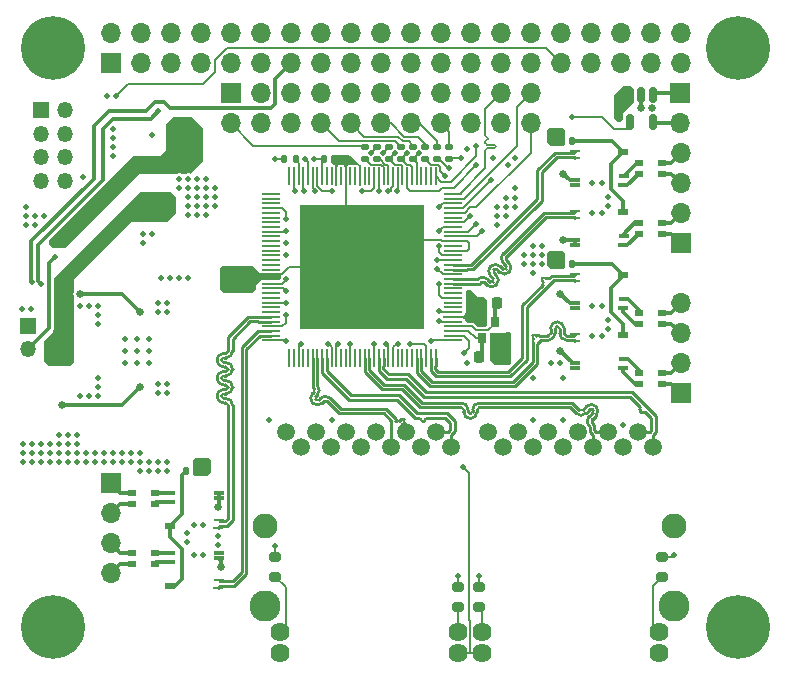
<source format=gbl>
%TF.GenerationSoftware,KiCad,Pcbnew,7.0.1-0*%
%TF.CreationDate,2023-07-11T12:02:19-05:00*%
%TF.ProjectId,little_switch,6c697474-6c65-45f7-9377-697463682e6b,2*%
%TF.SameCoordinates,PX4221330PY3d0af40*%
%TF.FileFunction,Copper,L4,Bot*%
%TF.FilePolarity,Positive*%
%FSLAX46Y46*%
G04 Gerber Fmt 4.6, Leading zero omitted, Abs format (unit mm)*
G04 Created by KiCad (PCBNEW 7.0.1-0) date 2023-07-11 12:02:19*
%MOMM*%
%LPD*%
G01*
G04 APERTURE LIST*
G04 Aperture macros list*
%AMRoundRect*
0 Rectangle with rounded corners*
0 $1 Rounding radius*
0 $2 $3 $4 $5 $6 $7 $8 $9 X,Y pos of 4 corners*
0 Add a 4 corners polygon primitive as box body*
4,1,4,$2,$3,$4,$5,$6,$7,$8,$9,$2,$3,0*
0 Add four circle primitives for the rounded corners*
1,1,$1+$1,$2,$3*
1,1,$1+$1,$4,$5*
1,1,$1+$1,$6,$7*
1,1,$1+$1,$8,$9*
0 Add four rect primitives between the rounded corners*
20,1,$1+$1,$2,$3,$4,$5,0*
20,1,$1+$1,$4,$5,$6,$7,0*
20,1,$1+$1,$6,$7,$8,$9,0*
20,1,$1+$1,$8,$9,$2,$3,0*%
G04 Aperture macros list end*
%TA.AperFunction,ComponentPad*%
%ADD10R,1.700000X1.700000*%
%TD*%
%TA.AperFunction,ComponentPad*%
%ADD11O,1.700000X1.700000*%
%TD*%
%TA.AperFunction,ComponentPad*%
%ADD12R,1.350000X1.350000*%
%TD*%
%TA.AperFunction,ComponentPad*%
%ADD13O,1.350000X1.350000*%
%TD*%
%TA.AperFunction,ComponentPad*%
%ADD14C,5.400000*%
%TD*%
%TA.AperFunction,ComponentPad*%
%ADD15C,2.630000*%
%TD*%
%TA.AperFunction,ComponentPad*%
%ADD16C,2.120000*%
%TD*%
%TA.AperFunction,ComponentPad*%
%ADD17C,1.620000*%
%TD*%
%TA.AperFunction,ComponentPad*%
%ADD18C,1.510000*%
%TD*%
%TA.AperFunction,SMDPad,CuDef*%
%ADD19R,0.675000X0.475000*%
%TD*%
%TA.AperFunction,SMDPad,CuDef*%
%ADD20R,0.960000X0.270000*%
%TD*%
%TA.AperFunction,SMDPad,CuDef*%
%ADD21R,0.850000X0.280000*%
%TD*%
%TA.AperFunction,SMDPad,CuDef*%
%ADD22R,0.900000X0.385000*%
%TD*%
%TA.AperFunction,SMDPad,CuDef*%
%ADD23R,0.950000X0.500000*%
%TD*%
%TA.AperFunction,SMDPad,CuDef*%
%ADD24R,0.850000X0.340000*%
%TD*%
%TA.AperFunction,SMDPad,CuDef*%
%ADD25R,0.970000X0.330000*%
%TD*%
%TA.AperFunction,SMDPad,CuDef*%
%ADD26RoundRect,0.140000X0.140000X0.170000X-0.140000X0.170000X-0.140000X-0.170000X0.140000X-0.170000X0*%
%TD*%
%TA.AperFunction,SMDPad,CuDef*%
%ADD27RoundRect,0.135000X-0.185000X0.135000X-0.185000X-0.135000X0.185000X-0.135000X0.185000X0.135000X0*%
%TD*%
%TA.AperFunction,SMDPad,CuDef*%
%ADD28RoundRect,0.135000X-0.135000X-0.185000X0.135000X-0.185000X0.135000X0.185000X-0.135000X0.185000X0*%
%TD*%
%TA.AperFunction,SMDPad,CuDef*%
%ADD29RoundRect,0.200000X0.275000X-0.200000X0.275000X0.200000X-0.275000X0.200000X-0.275000X-0.200000X0*%
%TD*%
%TA.AperFunction,SMDPad,CuDef*%
%ADD30R,0.200000X1.540000*%
%TD*%
%TA.AperFunction,SMDPad,CuDef*%
%ADD31R,1.540000X0.200000*%
%TD*%
%TA.AperFunction,SMDPad,CuDef*%
%ADD32R,10.500000X10.500000*%
%TD*%
%TA.AperFunction,SMDPad,CuDef*%
%ADD33RoundRect,0.140000X-0.140000X-0.170000X0.140000X-0.170000X0.140000X0.170000X-0.140000X0.170000X0*%
%TD*%
%TA.AperFunction,SMDPad,CuDef*%
%ADD34RoundRect,0.225000X0.225000X0.250000X-0.225000X0.250000X-0.225000X-0.250000X0.225000X-0.250000X0*%
%TD*%
%TA.AperFunction,SMDPad,CuDef*%
%ADD35R,0.800000X0.900000*%
%TD*%
%TA.AperFunction,SMDPad,CuDef*%
%ADD36RoundRect,0.225000X-0.225000X-0.250000X0.225000X-0.250000X0.225000X0.250000X-0.225000X0.250000X0*%
%TD*%
%TA.AperFunction,SMDPad,CuDef*%
%ADD37RoundRect,0.150000X-0.150000X0.512500X-0.150000X-0.512500X0.150000X-0.512500X0.150000X0.512500X0*%
%TD*%
%TA.AperFunction,ViaPad*%
%ADD38C,0.508000*%
%TD*%
%TA.AperFunction,ViaPad*%
%ADD39C,0.762000*%
%TD*%
%TA.AperFunction,ViaPad*%
%ADD40C,0.660400*%
%TD*%
%TA.AperFunction,Conductor*%
%ADD41C,0.203200*%
%TD*%
%TA.AperFunction,Conductor*%
%ADD42C,0.304800*%
%TD*%
%TA.AperFunction,Conductor*%
%ADD43C,0.152400*%
%TD*%
%TA.AperFunction,Conductor*%
%ADD44C,0.127000*%
%TD*%
%TA.AperFunction,Conductor*%
%ADD45C,0.254000*%
%TD*%
G04 APERTURE END LIST*
D10*
%TO.P,J6,1,Pin_1*%
%TO.N,/phy/JRX1_N*%
X53129993Y-29210000D03*
D11*
%TO.P,J6,2,Pin_2*%
%TO.N,/phy/JRX1_P*%
X53129993Y-26670000D03*
%TO.P,J6,3,Pin_3*%
%TO.N,/phy/JTX1_N*%
X53129993Y-24130000D03*
%TO.P,J6,4,Pin_4*%
%TO.N,/phy/JTX1_P*%
X53129993Y-21590000D03*
%TD*%
D12*
%TO.P,J2,1,Pin_1*%
%TO.N,+3V3*%
X-999998Y-5250002D03*
D13*
%TO.P,J2,2,Pin_2*%
%TO.N,/phy/TIMEPIX_TX*%
X1000002Y-5250002D03*
%TO.P,J2,3,Pin_3*%
%TO.N,unconnected-(J2-Pin_3-Pad3)*%
X-999998Y-7250002D03*
%TO.P,J2,4,Pin_4*%
%TO.N,/phy/TIMEPIX_RX*%
X1000002Y-7250002D03*
%TO.P,J2,5,Pin_5*%
%TO.N,unconnected-(J2-Pin_5-Pad5)*%
X-999998Y-9250002D03*
%TO.P,J2,6,Pin_6*%
%TO.N,/phy/TIMEPIX_RTS*%
X1000002Y-9250002D03*
%TO.P,J2,7,Pin_7*%
%TO.N,GND*%
X-999998Y-11250002D03*
%TO.P,J2,8,Pin_8*%
%TO.N,/phy/TIMEPIX_CTS*%
X1000002Y-11250002D03*
%TD*%
D12*
%TO.P,J9,1,Pin_1*%
%TO.N,GND*%
X-2159000Y-23511000D03*
D13*
%TO.P,J9,2,Pin_2*%
%TO.N,/phy/CMD_RX_RS232*%
X-2159000Y-25511000D03*
%TD*%
D10*
%TO.P,J7,1,Pin_1*%
%TO.N,GND*%
X15029993Y-3810000D03*
D11*
%TO.P,J7,2,Pin_2*%
%TO.N,Net-(J7-Pin_2)*%
X15029993Y-6350000D03*
%TO.P,J7,3,Pin_3*%
%TO.N,GND*%
X17569993Y-3810000D03*
%TO.P,J7,4,Pin_4*%
%TO.N,Net-(J7-Pin_4)*%
X17569993Y-6350000D03*
%TO.P,J7,5,Pin_5*%
%TO.N,GND*%
X20109993Y-3810000D03*
%TO.P,J7,6,Pin_6*%
%TO.N,Net-(J7-Pin_6)*%
X20109993Y-6350000D03*
%TO.P,J7,7,Pin_7*%
%TO.N,GND*%
X22649993Y-3810000D03*
%TO.P,J7,8,Pin_8*%
%TO.N,Net-(J7-Pin_8)*%
X22649993Y-6350000D03*
%TO.P,J7,9,Pin_9*%
%TO.N,GND*%
X25189993Y-3810000D03*
%TO.P,J7,10,Pin_10*%
%TO.N,Net-(J7-Pin_10)*%
X25189993Y-6350000D03*
%TO.P,J7,11,Pin_11*%
%TO.N,GND*%
X27729993Y-3810000D03*
%TO.P,J7,12,Pin_12*%
%TO.N,Net-(J7-Pin_12)*%
X27729993Y-6350000D03*
%TO.P,J7,13,Pin_13*%
%TO.N,GND*%
X30269993Y-3810000D03*
%TO.P,J7,14,Pin_14*%
%TO.N,Net-(J7-Pin_14)*%
X30269993Y-6350000D03*
%TO.P,J7,15,Pin_15*%
%TO.N,GND*%
X32809993Y-3810000D03*
%TO.P,J7,16,Pin_16*%
%TO.N,Net-(J7-Pin_16)*%
X32809993Y-6350000D03*
%TO.P,J7,17,Pin_17*%
%TO.N,+3V3*%
X35349993Y-3810000D03*
%TO.P,J7,18,Pin_18*%
%TO.N,Net-(J7-Pin_18)*%
X35349993Y-6350000D03*
%TO.P,J7,19,Pin_19*%
%TO.N,/config/SPI.SDI*%
X37889993Y-3810000D03*
%TO.P,J7,20,Pin_20*%
%TO.N,/config/SPI.nCS3*%
X37889993Y-6350000D03*
%TO.P,J7,21,Pin_21*%
%TO.N,/config/SPI.SDO*%
X40429993Y-3810000D03*
%TO.P,J7,22,Pin_22*%
%TO.N,/config/SPI.SCK*%
X40429993Y-6350000D03*
%TD*%
D10*
%TO.P,J4,1,Pin_1*%
%TO.N,/phy/JRX4_N*%
X4869993Y-36830000D03*
D11*
%TO.P,J4,2,Pin_2*%
%TO.N,/phy/JRX4_P*%
X4869993Y-39370000D03*
%TO.P,J4,3,Pin_3*%
%TO.N,/phy/JTX4_N*%
X4869993Y-41910000D03*
%TO.P,J4,4,Pin_4*%
%TO.N,/phy/JTX4_P*%
X4869993Y-44450000D03*
%TD*%
D10*
%TO.P,J1,1,Pin_1*%
%TO.N,unconnected-(J1-Pin_1-Pad1)*%
X4870000Y-1270000D03*
D11*
%TO.P,J1,2,Pin_2*%
%TO.N,+5V*%
X4870000Y1270000D03*
%TO.P,J1,3,Pin_3*%
%TO.N,unconnected-(J1-Pin_3-Pad3)*%
X7410000Y-1270000D03*
%TO.P,J1,4,Pin_4*%
%TO.N,+5V*%
X7410000Y1270000D03*
%TO.P,J1,5,Pin_5*%
%TO.N,unconnected-(J1-Pin_5-Pad5)*%
X9950000Y-1270000D03*
%TO.P,J1,6,Pin_6*%
%TO.N,GND*%
X9950000Y1270000D03*
%TO.P,J1,7,Pin_7*%
%TO.N,/phy/TIMEPIX_TX*%
X12490000Y-1270000D03*
%TO.P,J1,8,Pin_8*%
%TO.N,unconnected-(J1-Pin_8-Pad8)*%
X12490000Y1270000D03*
%TO.P,J1,9,Pin_9*%
%TO.N,GND*%
X15030000Y-1270000D03*
%TO.P,J1,10,Pin_10*%
%TO.N,unconnected-(J1-Pin_10-Pad10)*%
X15030000Y1270000D03*
%TO.P,J1,11,Pin_11*%
%TO.N,/phy/RTS0{slash}1*%
X17570000Y-1270000D03*
%TO.P,J1,12,Pin_12*%
%TO.N,unconnected-(J1-Pin_12-Pad12)*%
X17570000Y1270000D03*
%TO.P,J1,13,Pin_13*%
%TO.N,/phy/nCMD_INVALID*%
X20110000Y-1270000D03*
%TO.P,J1,14,Pin_14*%
%TO.N,GND*%
X20110000Y1270000D03*
%TO.P,J1,15,Pin_15*%
%TO.N,unconnected-(J1-Pin_15-Pad15)*%
X22650000Y-1270000D03*
%TO.P,J1,16,Pin_16*%
%TO.N,unconnected-(J1-Pin_16-Pad16)*%
X22650000Y1270000D03*
%TO.P,J1,17,Pin_17*%
%TO.N,unconnected-(J1-Pin_17-Pad17)*%
X25190000Y-1270000D03*
%TO.P,J1,18,Pin_18*%
%TO.N,unconnected-(J1-Pin_18-Pad18)*%
X25190000Y1270000D03*
%TO.P,J1,19,Pin_19*%
%TO.N,unconnected-(J1-Pin_19-Pad19)*%
X27730000Y-1270000D03*
%TO.P,J1,20,Pin_20*%
%TO.N,GND*%
X27730000Y1270000D03*
%TO.P,J1,21,Pin_21*%
%TO.N,unconnected-(J1-Pin_21-Pad21)*%
X30270000Y-1270000D03*
%TO.P,J1,22,Pin_22*%
%TO.N,unconnected-(J1-Pin_22-Pad22)*%
X30270000Y1270000D03*
%TO.P,J1,23,Pin_23*%
%TO.N,unconnected-(J1-Pin_23-Pad23)*%
X32810000Y-1270000D03*
%TO.P,J1,24,Pin_24*%
%TO.N,unconnected-(J1-Pin_24-Pad24)*%
X32810000Y1270000D03*
%TO.P,J1,25,Pin_25*%
%TO.N,GND*%
X35350000Y-1270000D03*
%TO.P,J1,26,Pin_26*%
%TO.N,/phy/TIMEPIX_RTS*%
X35350000Y1270000D03*
%TO.P,J1,27,Pin_27*%
%TO.N,unconnected-(J1-Pin_27-Pad27)*%
X37890000Y-1270000D03*
%TO.P,J1,28,Pin_28*%
%TO.N,unconnected-(J1-Pin_28-Pad28)*%
X37890000Y1270000D03*
%TO.P,J1,29,Pin_29*%
%TO.N,/phy/TIMEPIX_RX*%
X40430000Y-1270000D03*
%TO.P,J1,30,Pin_30*%
%TO.N,GND*%
X40430000Y1270000D03*
%TO.P,J1,31,Pin_31*%
%TO.N,/phy/TIMEPIX_CTS*%
X42970000Y-1270000D03*
%TO.P,J1,32,Pin_32*%
%TO.N,/phy/CMD_TX*%
X42970000Y1270000D03*
%TO.P,J1,33,Pin_33*%
%TO.N,/phy/CMD_RX*%
X45510000Y-1270000D03*
%TO.P,J1,34,Pin_34*%
%TO.N,GND*%
X45510000Y1270000D03*
%TO.P,J1,35,Pin_35*%
%TO.N,unconnected-(J1-Pin_35-Pad35)*%
X48050000Y-1270000D03*
%TO.P,J1,36,Pin_36*%
%TO.N,/phy/CTS0{slash}1*%
X48050000Y1270000D03*
%TO.P,J1,37,Pin_37*%
%TO.N,unconnected-(J1-Pin_37-Pad37)*%
X50590000Y-1270000D03*
%TO.P,J1,38,Pin_38*%
%TO.N,unconnected-(J1-Pin_38-Pad38)*%
X50590000Y1270000D03*
%TO.P,J1,39,Pin_39*%
%TO.N,GND*%
X53130000Y-1270000D03*
%TO.P,J1,40,Pin_40*%
%TO.N,unconnected-(J1-Pin_40-Pad40)*%
X53130000Y1270000D03*
%TD*%
D10*
%TO.P,J5,1,Pin_1*%
%TO.N,/phy/JRX5_N*%
X53129993Y-16510000D03*
D11*
%TO.P,J5,2,Pin_2*%
%TO.N,/phy/JRX5_P*%
X53129993Y-13970000D03*
%TO.P,J5,3,Pin_3*%
%TO.N,/phy/JTX5_N*%
X53129993Y-11430000D03*
%TO.P,J5,4,Pin_4*%
%TO.N,/phy/JTX5_P*%
X53129993Y-8890000D03*
%TD*%
D14*
%TO.P,H1,1,1*%
%TO.N,GND*%
X0Y0D03*
%TD*%
%TO.P,H2,1,1*%
%TO.N,GND*%
X58000000Y0D03*
%TD*%
D15*
%TO.P,J3,H1A*%
%TO.N,GNDPWR*%
X52575000Y-47220000D03*
%TO.P,J3,H1B*%
X17925000Y-47220000D03*
D16*
%TO.P,J3,H2A*%
X52575000Y-40460000D03*
%TO.P,J3,H2B*%
X17925000Y-40460000D03*
D17*
%TO.P,J3,L1A*%
%TO.N,Net-(J3-PadL1A)*%
X36265000Y-49450000D03*
%TO.P,J3,L1B*%
%TO.N,Net-(J3-PadL1B)*%
X19195000Y-49450000D03*
%TO.P,J3,L2A*%
%TO.N,+2V5*%
X36265000Y-51230000D03*
%TO.P,J3,L2B*%
X19195000Y-51230000D03*
%TO.P,J3,L3A*%
%TO.N,Net-(J3-PadL3A)*%
X51305000Y-49450000D03*
%TO.P,J3,L3B*%
%TO.N,Net-(J3-PadL3B)*%
X34235000Y-49450000D03*
%TO.P,J3,L4A*%
%TO.N,+2V5*%
X51305000Y-51230000D03*
%TO.P,J3,L4B*%
X34235000Y-51230000D03*
D18*
%TO.P,J3,P1A*%
%TO.N,/phy/TX2_P*%
X50770000Y-33750000D03*
%TO.P,J3,P1B*%
%TO.N,/phy/TX3_P*%
X33700000Y-33750000D03*
%TO.P,J3,P2A*%
%TO.N,/phy/TX2_N*%
X49500000Y-32480000D03*
%TO.P,J3,P2B*%
%TO.N,/phy/TX3_N*%
X32430000Y-32480000D03*
%TO.P,J3,P3A*%
%TO.N,Net-(C1-Pad2)*%
X48230000Y-33750000D03*
%TO.P,J3,P3B*%
%TO.N,Net-(C2-Pad2)*%
X31160000Y-33750000D03*
%TO.P,J3,P4A*%
%TO.N,/phy/RX2_P*%
X46960000Y-32480000D03*
%TO.P,J3,P4B*%
%TO.N,/phy/RX3_P*%
X29890000Y-32480000D03*
%TO.P,J3,P5A*%
%TO.N,/phy/RX2_N*%
X45690000Y-33750000D03*
%TO.P,J3,P5B*%
%TO.N,/phy/RX3_N*%
X28620000Y-33750000D03*
%TO.P,J3,P6A*%
%TO.N,Net-(C1-Pad2)*%
X44420000Y-32480000D03*
%TO.P,J3,P6B*%
%TO.N,Net-(C2-Pad2)*%
X27350000Y-32480000D03*
%TO.P,J3,P7A*%
%TO.N,Net-(J3-PadP7A)*%
X43150000Y-33750000D03*
%TO.P,J3,P7B*%
%TO.N,Net-(J3-PadP7B)*%
X26080000Y-33750000D03*
%TO.P,J3,P8A*%
%TO.N,Net-(J3-PadP7A)*%
X41880000Y-32480000D03*
%TO.P,J3,P8B*%
%TO.N,Net-(J3-PadP7B)*%
X24810000Y-32480000D03*
%TO.P,J3,P9A*%
%TO.N,Net-(C3-Pad2)*%
X40610000Y-33750000D03*
%TO.P,J3,P9B*%
%TO.N,Net-(C4-Pad2)*%
X23540000Y-33750000D03*
%TO.P,J3,P10A*%
%TO.N,Net-(J3-PadP10A)*%
X39340000Y-32480000D03*
%TO.P,J3,P10B*%
%TO.N,Net-(J3-PadP10B)*%
X22270000Y-32480000D03*
%TO.P,J3,P11A*%
%TO.N,Net-(J3-PadP10A)*%
X38070000Y-33750000D03*
%TO.P,J3,P11B*%
%TO.N,Net-(J3-PadP10B)*%
X21000000Y-33750000D03*
%TO.P,J3,P12A*%
%TO.N,Net-(C3-Pad2)*%
X36800000Y-32480000D03*
%TO.P,J3,P12B*%
%TO.N,Net-(C4-Pad2)*%
X19730000Y-32480000D03*
%TD*%
D14*
%TO.P,H3,1,1*%
%TO.N,GNDPWR*%
X0Y-49000000D03*
%TD*%
%TO.P,H4,1,1*%
%TO.N,GNDPWR*%
X58000000Y-49000000D03*
%TD*%
D19*
%TO.P,FL1,1*%
%TO.N,Net-(FL1-Pad1)*%
X8582500Y-42717500D03*
%TO.P,FL1,2*%
%TO.N,/phy/JTX4_N*%
X6657500Y-42717500D03*
%TO.P,FL1,3*%
%TO.N,/phy/JTX4_P*%
X6657500Y-43642500D03*
%TO.P,FL1,4*%
%TO.N,Net-(FL1-Pad4)*%
X8582500Y-43642500D03*
%TD*%
D20*
%TO.P,TR5,1*%
%TO.N,/phy/TX1_P*%
X44208000Y-19094000D03*
D21*
%TO.P,TR5,2*%
%TO.N,/phy/TX1_N*%
X44153000Y-19739000D03*
D22*
%TO.P,TR5,3*%
%TO.N,Net-(R14-Pad1)*%
X44178000Y-21611500D03*
%TO.P,TR5,4*%
X44178000Y-21996500D03*
D23*
%TO.P,TR5,5*%
%TO.N,Net-(C9-Pad2)*%
X48253000Y-19209000D03*
D24*
%TO.P,TR5,6*%
%TO.N,Net-(FL5-Pad4)*%
X48303000Y-21239000D03*
D25*
%TO.P,TR5,7*%
%TO.N,Net-(FL5-Pad1)*%
X48243000Y-22024000D03*
%TD*%
D26*
%TO.P,C7,1*%
%TO.N,GND*%
X12164000Y-35814000D03*
%TO.P,C7,2*%
%TO.N,Net-(C7-Pad2)*%
X11204000Y-35814000D03*
%TD*%
D27*
%TO.P,R18,1*%
%TO.N,Net-(J7-Pin_8)*%
X29464000Y-8380000D03*
%TO.P,R18,2*%
%TO.N,/config/LED2_0*%
X29464000Y-9400000D03*
%TD*%
%TO.P,R19,1*%
%TO.N,Net-(J7-Pin_10)*%
X30480000Y-8380000D03*
%TO.P,R19,2*%
%TO.N,/config/LED2_1*%
X30480000Y-9400000D03*
%TD*%
D26*
%TO.P,C47,1*%
%TO.N,GND*%
X23848000Y-9398000D03*
%TO.P,C47,2*%
%TO.N,+2V5*%
X22888000Y-9398000D03*
%TD*%
D19*
%TO.P,FL4,1*%
%TO.N,Net-(FL4-Pad1)*%
X49583500Y-15702500D03*
%TO.P,FL4,2*%
%TO.N,/phy/JRX5_N*%
X51508500Y-15702500D03*
%TO.P,FL4,3*%
%TO.N,/phy/JRX5_P*%
X51508500Y-14777500D03*
%TO.P,FL4,4*%
%TO.N,Net-(FL4-Pad4)*%
X49583500Y-14777500D03*
%TD*%
D20*
%TO.P,TR3,1*%
%TO.N,/phy/TX5_P*%
X44208000Y-8680000D03*
D21*
%TO.P,TR3,2*%
%TO.N,/phy/TX5_N*%
X44153000Y-9325000D03*
D22*
%TO.P,TR3,3*%
%TO.N,Net-(R13-Pad1)*%
X44178000Y-11197500D03*
%TO.P,TR3,4*%
X44178000Y-11582500D03*
D23*
%TO.P,TR3,5*%
%TO.N,Net-(C8-Pad2)*%
X48253000Y-8795000D03*
D24*
%TO.P,TR3,6*%
%TO.N,Net-(FL3-Pad4)*%
X48303000Y-10825000D03*
D25*
%TO.P,TR3,7*%
%TO.N,Net-(FL3-Pad1)*%
X48243000Y-11610000D03*
%TD*%
D28*
%TO.P,R23,1*%
%TO.N,Net-(J7-Pin_18)*%
X19556000Y-9398000D03*
%TO.P,R23,2*%
%TO.N,/config/IBA*%
X20576000Y-9398000D03*
%TD*%
D29*
%TO.P,R8,1*%
%TO.N,Net-(J3-PadL3B)*%
X34290000Y-47307000D03*
%TO.P,R8,2*%
%TO.N,/config/LED3_1*%
X34290000Y-45657000D03*
%TD*%
D30*
%TO.P,U1,1,TX1_P*%
%TO.N,/phy/TX1_P*%
X32362000Y-26242000D03*
%TO.P,U1,2,TX1_N*%
%TO.N,/phy/TX1_N*%
X31962000Y-26242000D03*
%TO.P,U1,3,AVDDL*%
%TO.N,+1V2*%
X31562000Y-26242000D03*
%TO.P,U1,4,RX1_P*%
%TO.N,/phy/RX1_P*%
X31162000Y-26242000D03*
%TO.P,U1,5,RX1_N*%
%TO.N,/phy/RX1_N*%
X30762000Y-26242000D03*
%TO.P,U1,6*%
%TO.N,N/C*%
X30362000Y-26242000D03*
%TO.P,U1,7*%
X29962000Y-26242000D03*
%TO.P,U1,8*%
X29562000Y-26242000D03*
%TO.P,U1,9*%
X29162000Y-26242000D03*
%TO.P,U1,10,AVDDH*%
%TO.N,+2V5*%
X28762000Y-26242000D03*
%TO.P,U1,11,DVDDL*%
%TO.N,+1V2*%
X28362000Y-26242000D03*
%TO.P,U1,12,TX2_P*%
%TO.N,/phy/TX2_P*%
X27962000Y-26242000D03*
%TO.P,U1,13,TX2_N*%
%TO.N,/phy/TX2_N*%
X27562000Y-26242000D03*
%TO.P,U1,14,AVDDL*%
%TO.N,+1V2*%
X27162000Y-26242000D03*
%TO.P,U1,15,RX2_P*%
%TO.N,/phy/RX2_P*%
X26762000Y-26242000D03*
%TO.P,U1,16,RX2_N*%
%TO.N,/phy/RX2_N*%
X26362000Y-26242000D03*
%TO.P,U1,17*%
%TO.N,N/C*%
X25962000Y-26242000D03*
%TO.P,U1,18*%
X25562000Y-26242000D03*
%TO.P,U1,19,AVDDL*%
%TO.N,+1V2*%
X25162000Y-26242000D03*
%TO.P,U1,20*%
%TO.N,N/C*%
X24762000Y-26242000D03*
%TO.P,U1,21*%
X24362000Y-26242000D03*
%TO.P,U1,22,AVDDH*%
%TO.N,+2V5*%
X23962000Y-26242000D03*
%TO.P,U1,23,DVDDL*%
%TO.N,+1V2*%
X23562000Y-26242000D03*
%TO.P,U1,24,TX3_P*%
%TO.N,/phy/TX3_P*%
X23162000Y-26242000D03*
%TO.P,U1,25,TX3_N*%
%TO.N,/phy/TX3_N*%
X22762000Y-26242000D03*
%TO.P,U1,26,RX3_P*%
%TO.N,/phy/RX3_P*%
X22362000Y-26242000D03*
%TO.P,U1,27,RX3_N*%
%TO.N,/phy/RX3_N*%
X21962000Y-26242000D03*
%TO.P,U1,28*%
%TO.N,N/C*%
X21562000Y-26242000D03*
%TO.P,U1,29*%
X21162000Y-26242000D03*
%TO.P,U1,30,AVDDL*%
%TO.N,+1V2*%
X20762000Y-26242000D03*
%TO.P,U1,31*%
%TO.N,N/C*%
X20362000Y-26242000D03*
%TO.P,U1,32*%
X19962000Y-26242000D03*
D31*
%TO.P,U1,33,AVDDH*%
%TO.N,+2V5*%
X18462000Y-24742000D03*
%TO.P,U1,34,TX4_P*%
%TO.N,/phy/TX4_P*%
X18462000Y-24342000D03*
%TO.P,U1,35,TX4_N*%
%TO.N,/phy/TX4_N*%
X18462000Y-23942000D03*
%TO.P,U1,36,AVDDL*%
%TO.N,+1V2*%
X18462000Y-23542000D03*
%TO.P,U1,37,RX4_P*%
%TO.N,/phy/RX4_P*%
X18462000Y-23142000D03*
%TO.P,U1,38,RX4_N*%
%TO.N,/phy/RX4_N*%
X18462000Y-22742000D03*
%TO.P,U1,39*%
%TO.N,N/C*%
X18462000Y-22342000D03*
%TO.P,U1,40*%
X18462000Y-21942000D03*
%TO.P,U1,41,AVDDL*%
%TO.N,+1V2*%
X18462000Y-21542000D03*
%TO.P,U1,42*%
%TO.N,N/C*%
X18462000Y-21142000D03*
%TO.P,U1,43*%
X18462000Y-20742000D03*
%TO.P,U1,44,AVDDH*%
%TO.N,+2V5*%
X18462000Y-20342000D03*
%TO.P,U1,45,DVDDL*%
%TO.N,+1V2*%
X18462000Y-19942000D03*
%TO.P,U1,46,GND*%
%TO.N,GND*%
X18462000Y-19542000D03*
%TO.P,U1,47,GND*%
X18462000Y-19142000D03*
%TO.P,U1,48,TX6_CLK/REFCLK*%
%TO.N,unconnected-(U1D-TX6_CLK{slash}REFCLK-Pad48)*%
X18462000Y-18742000D03*
%TO.P,U1,49,TX6_EN/CTL*%
%TO.N,unconnected-(U1D-TX6_EN{slash}CTL-Pad49)*%
X18462000Y-18342000D03*
%TO.P,U1,50,TX6_ER*%
%TO.N,unconnected-(U1D-TX6_ER-Pad50)*%
X18462000Y-17942000D03*
%TO.P,U1,51,TX6_COL*%
%TO.N,unconnected-(U1D-TX6_COL-Pad51)*%
X18462000Y-17542000D03*
%TO.P,U1,52,TX6_3*%
%TO.N,unconnected-(U1D-TX6_3-Pad52)*%
X18462000Y-17142000D03*
%TO.P,U1,53,TX6_2*%
%TO.N,unconnected-(U1D-TX6_2-Pad53)*%
X18462000Y-16742000D03*
%TO.P,U1,54,TX6_1*%
%TO.N,unconnected-(U1D-TX6_1-Pad54)*%
X18462000Y-16342000D03*
%TO.P,U1,55,TX6_0*%
%TO.N,unconnected-(U1D-TX6_0-Pad55)*%
X18462000Y-15942000D03*
%TO.P,U1,56,DVDDL*%
%TO.N,+1V2*%
X18462000Y-15542000D03*
%TO.P,U1,57,RX6_CLK/REFCLK*%
%TO.N,unconnected-(U1D-RX6_CLK{slash}REFCLK-Pad57)*%
X18462000Y-15142000D03*
%TO.P,U1,58,RX6_DV/CRS/CTL*%
%TO.N,unconnected-(U1D-RX6_DV{slash}CRS{slash}CTL-Pad58)*%
X18462000Y-14742000D03*
%TO.P,U1,59,RX6_ER*%
%TO.N,unconnected-(U1D-RX6_ER-Pad59)*%
X18462000Y-14342000D03*
%TO.P,U1,60,RX6_CRS*%
%TO.N,unconnected-(U1D-RX6_CRS-Pad60)*%
X18462000Y-13942000D03*
%TO.P,U1,61,VDDIO*%
%TO.N,+3V3*%
X18462000Y-13542000D03*
%TO.P,U1,62,RX6_3*%
%TO.N,unconnected-(U1D-RX6_3-Pad62)*%
X18462000Y-13142000D03*
%TO.P,U1,63,RX6_2*%
%TO.N,unconnected-(U1D-RX6_2-Pad63)*%
X18462000Y-12742000D03*
%TO.P,U1,64,RX6_1*%
%TO.N,unconnected-(U1D-RX6_1-Pad64)*%
X18462000Y-12342000D03*
D30*
%TO.P,U1,65,RX6_0*%
%TO.N,unconnected-(U1D-RX6_0-Pad65)*%
X19962000Y-10842000D03*
%TO.P,U1,66,DVDDL*%
%TO.N,+1V2*%
X20362000Y-10842000D03*
%TO.P,U1,67,IBA*%
%TO.N,/config/IBA*%
X20762000Y-10842000D03*
%TO.P,U1,68,VDDIO*%
%TO.N,+3V3*%
X21162000Y-10842000D03*
%TO.P,U1,69,GND*%
%TO.N,GND*%
X21562000Y-10842000D03*
%TO.P,U1,70,DVDDL*%
%TO.N,+1V2*%
X21962000Y-10842000D03*
%TO.P,U1,71,VDDLS*%
X22362000Y-10842000D03*
%TO.P,U1,72,VDDHS*%
%TO.N,+2V5*%
X22762000Y-10842000D03*
%TO.P,U1,73*%
%TO.N,N/C*%
X23162000Y-10842000D03*
%TO.P,U1,74*%
X23562000Y-10842000D03*
%TO.P,U1,75,GND*%
%TO.N,GND*%
X23962000Y-10842000D03*
%TO.P,U1,76,SREXT*%
%TO.N,unconnected-(U1D-SREXT-Pad76)*%
X24362000Y-10842000D03*
%TO.P,U1,77,GND*%
%TO.N,GND*%
X24762000Y-10842000D03*
%TO.P,U1,78,SIN_N*%
%TO.N,unconnected-(U1D-SIN_N-Pad78)*%
X25162000Y-10842000D03*
%TO.P,U1,79,SIN_P*%
%TO.N,unconnected-(U1D-SIN_P-Pad79)*%
X25562000Y-10842000D03*
%TO.P,U1,80,GND*%
%TO.N,GND*%
X25962000Y-10842000D03*
%TO.P,U1,81,SOUT_P*%
%TO.N,unconnected-(U1D-SOUT_P-Pad81)*%
X26362000Y-10842000D03*
%TO.P,U1,82,SOUT_N*%
%TO.N,unconnected-(U1D-SOUT_N-Pad82)*%
X26762000Y-10842000D03*
%TO.P,U1,83,VDDHS*%
%TO.N,+2V5*%
X27162000Y-10842000D03*
%TO.P,U1,84,VDDLS*%
%TO.N,+1V2*%
X27562000Y-10842000D03*
%TO.P,U1,85,LED4_0*%
%TO.N,/config/LED4_0*%
X27962000Y-10842000D03*
%TO.P,U1,86,LED4_1*%
%TO.N,/config/LED4_1*%
X28362000Y-10842000D03*
%TO.P,U1,87,DVDDL*%
%TO.N,+1V2*%
X28762000Y-10842000D03*
%TO.P,U1,88,LED3_0*%
%TO.N,/config/LED3_0*%
X29162000Y-10842000D03*
%TO.P,U1,89,LED3_1*%
%TO.N,/config/LED3_1*%
X29562000Y-10842000D03*
%TO.P,U1,90,GPIO*%
%TO.N,/config/SYNC*%
X29962000Y-10842000D03*
%TO.P,U1,91,LED2_0*%
%TO.N,/config/LED2_0*%
X30362000Y-10842000D03*
%TO.P,U1,92,LED2_1*%
%TO.N,/config/LED2_1*%
X30762000Y-10842000D03*
%TO.P,U1,93,PME*%
%TO.N,unconnected-(U1C-PME-Pad93)*%
X31162000Y-10842000D03*
%TO.P,U1,94,INTRP*%
%TO.N,unconnected-(U1C-INTRP-Pad94)*%
X31562000Y-10842000D03*
%TO.P,U1,95,SYNCLKO*%
%TO.N,unconnected-(U1C-SYNCLKO-Pad95)*%
X31962000Y-10842000D03*
%TO.P,U1,96,RESET*%
%TO.N,/config/nRST_SWITCH*%
X32362000Y-10842000D03*
D31*
%TO.P,U1,97,SDO*%
%TO.N,/config/SPI.SDI*%
X33862000Y-12342000D03*
%TO.P,U1,98,SDI/SDA/MDIO*%
%TO.N,/config/SPI.SDO*%
X33862000Y-12742000D03*
%TO.P,U1,99,VDDIO*%
%TO.N,+3V3*%
X33862000Y-13142000D03*
%TO.P,U1,100,SCS*%
%TO.N,/config/SPI.nCS3*%
X33862000Y-13542000D03*
%TO.P,U1,101,SCL/MDC*%
%TO.N,/config/SPI.SCK*%
X33862000Y-13942000D03*
%TO.P,U1,102,LED5_0*%
%TO.N,/config/LED5_0*%
X33862000Y-14342000D03*
%TO.P,U1,103,LED5_1*%
%TO.N,/config/LED5_1*%
X33862000Y-14742000D03*
%TO.P,U1,104,DVDDL*%
%TO.N,+1V2*%
X33862000Y-15142000D03*
%TO.P,U1,105,LED1_0*%
%TO.N,/config/LED1_0*%
X33862000Y-15542000D03*
%TO.P,U1,106,LED1_1*%
%TO.N,/config/LED1_1*%
X33862000Y-15942000D03*
%TO.P,U1,107,GND*%
%TO.N,GND*%
X33862000Y-16342000D03*
%TO.P,U1,108*%
%TO.N,N/C*%
X33862000Y-16742000D03*
%TO.P,U1,109,GND*%
%TO.N,GND*%
X33862000Y-17142000D03*
%TO.P,U1,110,DVDDL*%
%TO.N,+1V2*%
X33862000Y-17542000D03*
%TO.P,U1,111,AVDDH*%
%TO.N,+2V5*%
X33862000Y-17942000D03*
%TO.P,U1,112,TX5_P*%
%TO.N,/phy/TX5_P*%
X33862000Y-18342000D03*
%TO.P,U1,113,TX5_N*%
%TO.N,/phy/TX5_N*%
X33862000Y-18742000D03*
%TO.P,U1,114,AVDDL*%
%TO.N,+1V2*%
X33862000Y-19142000D03*
%TO.P,U1,115,RX5_P*%
%TO.N,/phy/RX5_P*%
X33862000Y-19542000D03*
%TO.P,U1,116,RX5_N*%
%TO.N,/phy/RX5_N*%
X33862000Y-19942000D03*
%TO.P,U1,117*%
%TO.N,N/C*%
X33862000Y-20342000D03*
%TO.P,U1,118*%
X33862000Y-20742000D03*
%TO.P,U1,119,AVDDL*%
%TO.N,+1V2*%
X33862000Y-21142000D03*
%TO.P,U1,120*%
%TO.N,N/C*%
X33862000Y-21542000D03*
%TO.P,U1,121*%
X33862000Y-21942000D03*
%TO.P,U1,122,AVDDH*%
%TO.N,+2V5*%
X33862000Y-22342000D03*
%TO.P,U1,123,GND*%
%TO.N,GND*%
X33862000Y-22742000D03*
%TO.P,U1,124,AVDDL*%
%TO.N,+1V2*%
X33862000Y-23142000D03*
%TO.P,U1,125,XO*%
%TO.N,/config/XO*%
X33862000Y-23542000D03*
%TO.P,U1,126,XI*%
%TO.N,/config/XI*%
X33862000Y-23942000D03*
%TO.P,U1,127,ISET*%
%TO.N,Net-(U1C-ISET)*%
X33862000Y-24342000D03*
%TO.P,U1,128,AVDDH*%
%TO.N,+2V5*%
X33862000Y-24742000D03*
D32*
%TO.P,U1,EP,GND*%
%TO.N,GND*%
X26162000Y-18542000D03*
%TD*%
D29*
%TO.P,R7,1*%
%TO.N,Net-(J3-PadL1B)*%
X18796000Y-44767000D03*
%TO.P,R7,2*%
%TO.N,/config/LED3_0*%
X18796000Y-43117000D03*
%TD*%
D27*
%TO.P,R17,1*%
%TO.N,Net-(J7-Pin_6)*%
X28448000Y-8380000D03*
%TO.P,R17,2*%
%TO.N,/config/LED3_1*%
X28448000Y-9400000D03*
%TD*%
D33*
%TO.P,C9,1*%
%TO.N,GND*%
X42954000Y-18288000D03*
%TO.P,C9,2*%
%TO.N,Net-(C9-Pad2)*%
X43914000Y-18288000D03*
%TD*%
D10*
%TO.P,J8,1,Pin_1*%
%TO.N,/config/SYNC+*%
X53061006Y-3829990D03*
D11*
%TO.P,J8,2,Pin_2*%
%TO.N,/config/SYNC-*%
X53061006Y-6369990D03*
%TD*%
D19*
%TO.P,FL2,1*%
%TO.N,Net-(FL2-Pad1)*%
X8582500Y-37637500D03*
%TO.P,FL2,2*%
%TO.N,/phy/JRX4_N*%
X6657500Y-37637500D03*
%TO.P,FL2,3*%
%TO.N,/phy/JRX4_P*%
X6657500Y-38562500D03*
%TO.P,FL2,4*%
%TO.N,Net-(FL2-Pad4)*%
X8582500Y-38562500D03*
%TD*%
D34*
%TO.P,C48,1*%
%TO.N,GND*%
X37605000Y-26162000D03*
%TO.P,C48,2*%
%TO.N,/config/XI*%
X36055000Y-26162000D03*
%TD*%
D35*
%TO.P,Y1,1,1*%
%TO.N,/config/XI*%
X36280000Y-24576000D03*
%TO.P,Y1,2,2*%
%TO.N,GND*%
X36280000Y-23176000D03*
%TO.P,Y1,3,3*%
%TO.N,/config/XO*%
X37380000Y-23176000D03*
%TO.P,Y1,4,4*%
%TO.N,GND*%
X37380000Y-24576000D03*
%TD*%
D19*
%TO.P,FL5,1*%
%TO.N,Net-(FL5-Pad1)*%
X49583500Y-23322500D03*
%TO.P,FL5,2*%
%TO.N,/phy/JTX1_N*%
X51508500Y-23322500D03*
%TO.P,FL5,3*%
%TO.N,/phy/JTX1_P*%
X51508500Y-22397500D03*
%TO.P,FL5,4*%
%TO.N,Net-(FL5-Pad4)*%
X49583500Y-22397500D03*
%TD*%
D27*
%TO.P,R16,1*%
%TO.N,Net-(J7-Pin_4)*%
X27432000Y-8380000D03*
%TO.P,R16,2*%
%TO.N,/config/LED4_1*%
X27432000Y-9400000D03*
%TD*%
D20*
%TO.P,TR6,1*%
%TO.N,/phy/RX1_P*%
X44208000Y-24174000D03*
D21*
%TO.P,TR6,2*%
%TO.N,/phy/RX1_N*%
X44153000Y-24819000D03*
D22*
%TO.P,TR6,3*%
%TO.N,Net-(R11-Pad1)*%
X44178000Y-26691500D03*
%TO.P,TR6,4*%
X44178000Y-27076500D03*
D23*
%TO.P,TR6,5*%
%TO.N,Net-(C9-Pad2)*%
X48253000Y-24289000D03*
D24*
%TO.P,TR6,6*%
%TO.N,Net-(FL6-Pad4)*%
X48303000Y-26319000D03*
D25*
%TO.P,TR6,7*%
%TO.N,Net-(FL6-Pad1)*%
X48243000Y-27104000D03*
%TD*%
D27*
%TO.P,R20,1*%
%TO.N,Net-(J7-Pin_12)*%
X31496000Y-8380000D03*
%TO.P,R20,2*%
%TO.N,/config/LED5_1*%
X31496000Y-9400000D03*
%TD*%
D20*
%TO.P,TR1,1*%
%TO.N,/phy/TX4_P*%
X13958000Y-45676000D03*
D21*
%TO.P,TR1,2*%
%TO.N,/phy/TX4_N*%
X14013000Y-45031000D03*
D22*
%TO.P,TR1,3*%
%TO.N,Net-(R12-Pad1)*%
X13988000Y-43158500D03*
%TO.P,TR1,4*%
X13988000Y-42773500D03*
D23*
%TO.P,TR1,5*%
%TO.N,Net-(C7-Pad2)*%
X9913000Y-45561000D03*
D24*
%TO.P,TR1,6*%
%TO.N,Net-(FL1-Pad4)*%
X9863000Y-43531000D03*
D25*
%TO.P,TR1,7*%
%TO.N,Net-(FL1-Pad1)*%
X9923000Y-42746000D03*
%TD*%
D27*
%TO.P,R15,1*%
%TO.N,Net-(J7-Pin_2)*%
X26416000Y-8380000D03*
%TO.P,R15,2*%
%TO.N,/config/LED4_0*%
X26416000Y-9400000D03*
%TD*%
D33*
%TO.P,C8,1*%
%TO.N,GND*%
X42954000Y-7874000D03*
%TO.P,C8,2*%
%TO.N,Net-(C8-Pad2)*%
X43914000Y-7874000D03*
%TD*%
D27*
%TO.P,R21,1*%
%TO.N,Net-(J7-Pin_14)*%
X32512000Y-8380000D03*
%TO.P,R21,2*%
%TO.N,/config/LED1_0*%
X32512000Y-9400000D03*
%TD*%
D19*
%TO.P,FL3,1*%
%TO.N,Net-(FL3-Pad1)*%
X49583500Y-10622500D03*
%TO.P,FL3,2*%
%TO.N,/phy/JTX5_N*%
X51508500Y-10622500D03*
%TO.P,FL3,3*%
%TO.N,/phy/JTX5_P*%
X51508500Y-9697500D03*
%TO.P,FL3,4*%
%TO.N,Net-(FL3-Pad4)*%
X49583500Y-9697500D03*
%TD*%
D29*
%TO.P,R6,1*%
%TO.N,Net-(J3-PadL3A)*%
X51562000Y-44767000D03*
%TO.P,R6,2*%
%TO.N,/config/LED2_1*%
X51562000Y-43117000D03*
%TD*%
D27*
%TO.P,R22,1*%
%TO.N,Net-(J7-Pin_16)*%
X33528000Y-8380000D03*
%TO.P,R22,2*%
%TO.N,/config/LED1_1*%
X33528000Y-9400000D03*
%TD*%
D36*
%TO.P,C51,1*%
%TO.N,GND*%
X36055000Y-21590000D03*
%TO.P,C51,2*%
%TO.N,/config/XO*%
X37605000Y-21590000D03*
%TD*%
D19*
%TO.P,FL6,1*%
%TO.N,Net-(FL6-Pad1)*%
X49583500Y-28402500D03*
%TO.P,FL6,2*%
%TO.N,/phy/JRX1_N*%
X51508500Y-28402500D03*
%TO.P,FL6,3*%
%TO.N,/phy/JRX1_P*%
X51508500Y-27477500D03*
%TO.P,FL6,4*%
%TO.N,Net-(FL6-Pad4)*%
X49583500Y-27477500D03*
%TD*%
D20*
%TO.P,TR4,1*%
%TO.N,/phy/RX5_P*%
X44208000Y-13760000D03*
D21*
%TO.P,TR4,2*%
%TO.N,/phy/RX5_N*%
X44153000Y-14405000D03*
D22*
%TO.P,TR4,3*%
%TO.N,Net-(R10-Pad1)*%
X44178000Y-16277500D03*
%TO.P,TR4,4*%
X44178000Y-16662500D03*
D23*
%TO.P,TR4,5*%
%TO.N,Net-(C8-Pad2)*%
X48253000Y-13875000D03*
D24*
%TO.P,TR4,6*%
%TO.N,Net-(FL4-Pad4)*%
X48303000Y-15905000D03*
D25*
%TO.P,TR4,7*%
%TO.N,Net-(FL4-Pad1)*%
X48243000Y-16690000D03*
%TD*%
D20*
%TO.P,TR2,1*%
%TO.N,/phy/RX4_P*%
X13958000Y-40596000D03*
D21*
%TO.P,TR2,2*%
%TO.N,/phy/RX4_N*%
X14013000Y-39951000D03*
D22*
%TO.P,TR2,3*%
%TO.N,Net-(R9-Pad1)*%
X13988000Y-38078500D03*
%TO.P,TR2,4*%
X13988000Y-37693500D03*
D23*
%TO.P,TR2,5*%
%TO.N,Net-(C7-Pad2)*%
X9913000Y-40481000D03*
D24*
%TO.P,TR2,6*%
%TO.N,Net-(FL2-Pad4)*%
X9863000Y-38451000D03*
D25*
%TO.P,TR2,7*%
%TO.N,Net-(FL2-Pad1)*%
X9923000Y-37666000D03*
%TD*%
D37*
%TO.P,U2,1*%
%TO.N,+3V3*%
X48834000Y-3942500D03*
%TO.P,U2,2*%
%TO.N,GND*%
X49784000Y-3942500D03*
%TO.P,U2,3*%
%TO.N,/config/SYNC+*%
X50734000Y-3942500D03*
%TO.P,U2,4*%
%TO.N,/config/SYNC-*%
X50734000Y-6217500D03*
%TO.P,U2,5*%
%TO.N,/config/SYNC*%
X48834000Y-6217500D03*
%TD*%
D29*
%TO.P,R5,1*%
%TO.N,Net-(J3-PadL1A)*%
X36068000Y-47307000D03*
%TO.P,R5,2*%
%TO.N,/config/LED2_0*%
X36068000Y-45657000D03*
%TD*%
D38*
%TO.N,GND*%
X9652000Y-28448000D03*
X-2286000Y-14224000D03*
X1270000Y-32766000D03*
X508000Y-34290000D03*
X6604000Y-34290000D03*
X38354000Y-13462000D03*
X16002000Y-19558000D03*
X42926000Y-17526000D03*
X-1016000Y-34290000D03*
X40640000Y-19050000D03*
X8890000Y-22352000D03*
X43180000Y-27940000D03*
X9652000Y-29210000D03*
X48260000Y-31877000D03*
X40640000Y-17526000D03*
X-1524000Y-14224000D03*
D39*
X23114000Y-16510000D03*
D38*
X3810000Y-28702000D03*
X16002000Y-18796000D03*
X3810000Y-21844000D03*
X39116000Y-9271000D03*
D39*
X25146000Y-18542000D03*
X28194000Y-18542000D03*
X28194000Y-16510000D03*
D38*
X3048000Y-21844000D03*
X-2667000Y-22098000D03*
X8128000Y-24638000D03*
X16764000Y-19558000D03*
X16764000Y-20320000D03*
X15240000Y-18796000D03*
X6096000Y-26670000D03*
D39*
X25146000Y-16510000D03*
D38*
X5080000Y-9144000D03*
D39*
X26162000Y-19558000D03*
X23114000Y-20574000D03*
D38*
X-1905001Y-22098000D03*
X11430000Y-13335000D03*
X-2540000Y-33528000D03*
D39*
X26162000Y-16510000D03*
D38*
X12954000Y-11811000D03*
D39*
X25146000Y-20574000D03*
D38*
X42164000Y-7112000D03*
X35179000Y-20701000D03*
X-1524000Y-14986000D03*
D39*
X24130000Y-15494000D03*
X24130000Y-19558000D03*
D38*
X2794000Y-35052000D03*
D39*
X24130000Y-20574000D03*
D38*
X8890000Y-21590000D03*
X39116000Y-13462000D03*
X12192000Y-11049000D03*
X-2286000Y-13462000D03*
D39*
X27178000Y-15494000D03*
D38*
X10668000Y-11811000D03*
X35179000Y-22987000D03*
X10668000Y-11049000D03*
X508000Y-33528000D03*
X12954000Y-12573000D03*
X42164000Y-7874000D03*
X5080000Y-7620000D03*
D39*
X29210000Y-19558000D03*
X27178000Y-20574000D03*
D38*
X3810000Y-29464000D03*
X12192000Y-13335000D03*
D39*
X27178000Y-19558000D03*
D38*
X12192000Y-35052000D03*
X508000Y-32766000D03*
D39*
X29210000Y-15494000D03*
D38*
X25273000Y-9525000D03*
X5080000Y-6858000D03*
X508000Y-35052000D03*
X38481000Y-24257000D03*
X2286000Y-21844000D03*
X12192000Y-14097000D03*
X40640000Y-18288000D03*
X6604000Y-35052000D03*
X9652000Y-35052000D03*
X13716000Y-11811000D03*
X11430000Y-14097000D03*
D39*
X27178000Y-17526000D03*
D38*
X-1016000Y-33528000D03*
X11430000Y-12573000D03*
X39116000Y-11811000D03*
X-1016000Y-35052000D03*
D40*
X49784000Y-5080000D03*
D38*
X37592000Y-13462000D03*
D39*
X27178000Y-16510000D03*
D38*
X-1778000Y-34290000D03*
X39878000Y-18288000D03*
X42164000Y-18288000D03*
X9652000Y-35814000D03*
X12954000Y-35814000D03*
D39*
X26162000Y-15494000D03*
D38*
X38481000Y-26543000D03*
X39116000Y-12700000D03*
X11430000Y-11049000D03*
X14478000Y-20320000D03*
D39*
X28194000Y-17526000D03*
D38*
X35052000Y-26670000D03*
D39*
X25146000Y-15494000D03*
X28194000Y-15494000D03*
D38*
X7620000Y-15748000D03*
D39*
X27178000Y-21590000D03*
X29210000Y-18542000D03*
D38*
X41402000Y-17526000D03*
X-2540000Y-34290000D03*
X11430000Y-19431000D03*
X-1778000Y-33528000D03*
X15240000Y-19558000D03*
X12954000Y-14097000D03*
D39*
X25146000Y-19558000D03*
D38*
X4318000Y-35052000D03*
X2032000Y-33528000D03*
X12192000Y-12573000D03*
X13970000Y-41275000D03*
D39*
X26162000Y-21590000D03*
X23114000Y-21590000D03*
D38*
X2032000Y-35052000D03*
D39*
X28194000Y-20574000D03*
D38*
X8128000Y-35814000D03*
X21336000Y-9398000D03*
X13970000Y-42037000D03*
X1270000Y-33528000D03*
D39*
X28194000Y-21590000D03*
X26162000Y-18542000D03*
D38*
X7366000Y-35814000D03*
X-2286000Y-14986000D03*
X38481000Y-25781000D03*
X8890000Y-29210000D03*
D39*
X27178000Y-18542000D03*
D38*
X8890000Y-35814000D03*
X35179000Y-21463000D03*
X-2540000Y-35052000D03*
D39*
X24130000Y-18542000D03*
D38*
X2032000Y-32766000D03*
X40640000Y-16764000D03*
X3556000Y-34290000D03*
X16764000Y-18796000D03*
D39*
X23114000Y-18542000D03*
D38*
X-254000Y-34290000D03*
D39*
X29210000Y-21590000D03*
D38*
X8128000Y-26670000D03*
X8890000Y-28448000D03*
X35052000Y-8509000D03*
D39*
X29210000Y-20574000D03*
D38*
X14478000Y-18796000D03*
X43180000Y-31496000D03*
D40*
X50673000Y-5080000D03*
D38*
X42164000Y-26670000D03*
X12954000Y-35052000D03*
X3810000Y-27940000D03*
X9144000Y-19431000D03*
D39*
X23114000Y-19558000D03*
X23114000Y-17526000D03*
D38*
X9906000Y-19431000D03*
X8382000Y-15748000D03*
X16002000Y-20320000D03*
X5842000Y-35052000D03*
X35179000Y-22225000D03*
X-762000Y-14224000D03*
X5842000Y-34290000D03*
X23622000Y-31496000D03*
D39*
X24130000Y-17526000D03*
D38*
X5080000Y-35052000D03*
X13716000Y-12573000D03*
X7112000Y-24638000D03*
X7112000Y-25654000D03*
X-1778000Y-35052000D03*
X8128000Y-25654000D03*
X1270000Y-35052000D03*
X41402000Y-16764000D03*
X38354000Y-12700000D03*
X18288000Y-31496000D03*
X2032000Y-34290000D03*
X24511000Y-9525000D03*
X3810000Y-22606000D03*
X2286000Y-29464000D03*
X40640000Y-31496000D03*
X12192000Y-11811000D03*
D39*
X26162000Y-17526000D03*
D38*
X37211000Y-9271000D03*
X3810000Y-23368000D03*
D39*
X24130000Y-16510000D03*
X23114000Y-15494000D03*
D38*
X42926000Y-7112000D03*
X15240000Y-20320000D03*
X7620000Y-16510000D03*
X38481000Y-9906000D03*
X12954000Y-13335000D03*
D39*
X29210000Y-17526000D03*
D38*
X14478000Y-19558000D03*
X11430000Y-11811000D03*
X-254000Y-33528000D03*
X5080000Y-8382000D03*
X13716000Y-13335000D03*
X7112000Y-26670000D03*
X7366000Y-35052000D03*
X42926000Y-26670000D03*
X1270000Y-34290000D03*
X38354000Y-14224000D03*
X10668000Y-19431000D03*
X5080000Y-34290000D03*
X37592000Y-14986000D03*
X41402000Y-18288000D03*
X6096000Y-24638000D03*
X8890000Y-35052000D03*
X8128000Y-35052000D03*
D39*
X25146000Y-21590000D03*
D38*
X40640000Y-27940000D03*
X38481000Y-25019000D03*
X6096000Y-25654000D03*
X3556000Y-35052000D03*
X42164000Y-17526000D03*
D39*
X24130000Y-21590000D03*
X25146000Y-17526000D03*
D38*
X9652000Y-21590000D03*
X4318000Y-34290000D03*
X7366000Y-34290000D03*
X39878000Y-17526000D03*
X9652000Y-22352000D03*
D39*
X26162000Y-20574000D03*
D38*
X37592000Y-14224000D03*
X-254000Y-35052000D03*
X12954000Y-11049000D03*
X2540000Y-10922000D03*
X3048000Y-29464000D03*
X2794000Y-34290000D03*
D39*
X29210000Y-16510000D03*
X28194000Y-19558000D03*
D38*
%TO.N,+5V*%
X508000Y-25654000D03*
X1270000Y-25654000D03*
X7620000Y-13462000D03*
X8382000Y-13462000D03*
X1270000Y-26416000D03*
X9906000Y-13462000D03*
X9906000Y-12700000D03*
X-254000Y-24892000D03*
X1270000Y-24892000D03*
X9144000Y-13462000D03*
X7620000Y-14224000D03*
X9144000Y-14224000D03*
X-254000Y-25654000D03*
X8382000Y-14224000D03*
X-254000Y-26416000D03*
%TO.N,+1V2*%
X19685000Y-15494000D03*
X27178000Y-25019000D03*
X27575490Y-12074886D03*
X22148800Y-12059564D03*
X32639000Y-19939000D03*
X25146000Y-25019000D03*
X20447000Y-12065000D03*
X20955000Y-25019000D03*
X23622000Y-12065000D03*
X19685000Y-19558000D03*
X32512000Y-18669000D03*
X28194000Y-25019000D03*
X30226000Y-25019000D03*
X32639000Y-15494000D03*
X32639000Y-16764000D03*
X19685000Y-22606000D03*
X32639000Y-23114000D03*
X23241000Y-25019000D03*
X19685000Y-21590000D03*
X28321000Y-12065000D03*
%TO.N,+2V5*%
X19685000Y-17526000D03*
X24130000Y-25019000D03*
X32512000Y-17907000D03*
X26162000Y-12065000D03*
X22098000Y-9398000D03*
X32004000Y-24765000D03*
X19685000Y-24765000D03*
X19685000Y-16510000D03*
X32639000Y-22225000D03*
X29210000Y-25019000D03*
X34671000Y-35433000D03*
X19685000Y-20574000D03*
%TO.N,GNDPWR*%
X46990000Y-13335000D03*
X46482000Y-21844000D03*
X46482000Y-24384000D03*
X45593000Y-13970000D03*
X46990000Y-12573000D03*
X45593000Y-11430000D03*
X46482000Y-11430000D03*
X46990000Y-23749000D03*
X46482000Y-13970000D03*
X12700000Y-40386000D03*
X11303000Y-41021000D03*
X12700000Y-42926000D03*
X11938000Y-42926000D03*
X46990000Y-22987000D03*
X11303000Y-41783000D03*
X45593000Y-21844000D03*
X11938000Y-40386000D03*
X45593000Y-24384000D03*
%TO.N,+3V3*%
X11430000Y-9271000D03*
X9906000Y-9271000D03*
X762000Y-15748000D03*
X12192000Y-8509000D03*
X0Y-16510000D03*
D40*
X47879000Y-4064000D03*
D38*
X32639000Y-13462000D03*
D40*
X47879000Y-5842000D03*
D38*
X12192000Y-9271000D03*
X19685000Y-14478000D03*
X11430000Y-8509000D03*
X11430000Y-7747000D03*
X10668000Y-6985000D03*
X1524000Y-15748000D03*
X10668000Y-7747000D03*
X10668000Y-8509000D03*
X21209000Y-12065000D03*
X12192000Y-6985000D03*
X11430000Y-6223000D03*
D40*
X47879000Y-4953000D03*
D38*
X10668000Y-10033000D03*
X9906000Y-6985000D03*
X11430000Y-6985000D03*
X10668000Y-9271000D03*
X12192000Y-7747000D03*
X11430000Y-10033000D03*
X762000Y-16510000D03*
%TO.N,/config/nRST_SWITCH*%
X35814000Y-8255000D03*
X8382000Y-7366000D03*
D40*
%TO.N,/power/1V2_EN*%
X762000Y-30226000D03*
X7366000Y-28702000D03*
%TO.N,/power/2V5_EN*%
X7366000Y-22352000D03*
X2286000Y-20828000D03*
D38*
%TO.N,/config/LED3_0*%
X29083000Y-12065000D03*
X18796000Y-42164000D03*
%TO.N,/config/LED3_1*%
X28956000Y-8890000D03*
X34290000Y-44704000D03*
%TO.N,/config/SYNC*%
X43942000Y-5842000D03*
X35814000Y-9906000D03*
%TO.N,/config/LED2_0*%
X29972000Y-8890000D03*
X36068000Y-44704000D03*
%TO.N,/config/LED2_1*%
X52578000Y-42926000D03*
X30988000Y-8890000D03*
%TO.N,/config/SPI.nCS3*%
X37084000Y-11176000D03*
%TO.N,/config/LED5_1*%
X33147000Y-10795000D03*
X35306000Y-14224000D03*
%TO.N,/config/LED1_0*%
X33528000Y-10160000D03*
X35814000Y-14859000D03*
%TO.N,/config/LED1_1*%
X34544000Y-9271000D03*
X36322000Y-15494000D03*
%TO.N,Net-(J7-Pin_4)*%
X26924000Y-8890000D03*
%TO.N,Net-(J7-Pin_6)*%
X27940000Y-8890000D03*
%TO.N,Net-(J7-Pin_18)*%
X18796000Y-9398000D03*
%TO.N,Net-(U1C-ISET)*%
X34798000Y-25781000D03*
D40*
%TO.N,Net-(R9-Pad1)*%
X13970000Y-38862000D03*
%TO.N,Net-(R10-Pad1)*%
X43180000Y-16256000D03*
D38*
%TO.N,/phy/TIMEPIX_RTS*%
X4572000Y-4064000D03*
%TO.N,/phy/TIMEPIX_CTS*%
X5334000Y-4064000D03*
D40*
%TO.N,Net-(R14-Pad1)*%
X42926000Y-20828000D03*
%TO.N,Net-(R11-Pad1)*%
X42926000Y-25654000D03*
D38*
%TO.N,/phy/nCMD_INVALID*%
X-1786989Y-19814247D03*
D40*
%TO.N,Net-(R12-Pad1)*%
X14224000Y-43942000D03*
%TO.N,Net-(R13-Pad1)*%
X43180000Y-10668000D03*
D38*
%TO.N,/phy/CMD_RX*%
X8890000Y-5334000D03*
X-1016000Y-19939000D03*
%TO.N,/phy/CMD_RX_RS232*%
X127000Y-17653000D03*
%TD*%
D41*
%TO.N,GND*%
X35179000Y-17018000D02*
X35179000Y-16510000D01*
D42*
X36280000Y-21815000D02*
X36055000Y-21590000D01*
D41*
X33862000Y-17142000D02*
X35055000Y-17142000D01*
X32893000Y-16342000D02*
X32807000Y-16256000D01*
X35179000Y-16510000D02*
X35011000Y-16342000D01*
X18462000Y-19142000D02*
X19339000Y-19142000D01*
D42*
X37380000Y-24576000D02*
X37380000Y-25937000D01*
D41*
X33862000Y-16342000D02*
X32893000Y-16342000D01*
X19939000Y-18542000D02*
X21082000Y-18542000D01*
X24762000Y-10842000D02*
X24762000Y-13459000D01*
D42*
X36280000Y-23176000D02*
X36280000Y-21815000D01*
X37380000Y-25937000D02*
X37605000Y-26162000D01*
D41*
X32807000Y-16256000D02*
X31242000Y-16256000D01*
X24762000Y-13459000D02*
X24765000Y-13462000D01*
D43*
X21562000Y-10842000D02*
X21562000Y-9624000D01*
D41*
X19339000Y-19142000D02*
X19939000Y-18542000D01*
X35055000Y-17142000D02*
X35179000Y-17018000D01*
D42*
X49784000Y-3942500D02*
X49784000Y-5080000D01*
D41*
X35011000Y-16342000D02*
X33862000Y-16342000D01*
D43*
X21562000Y-9624000D02*
X21336000Y-9398000D01*
D41*
%TO.N,+1V2*%
X20362000Y-11980000D02*
X20447000Y-12065000D01*
X19340422Y-19939000D02*
X18465000Y-19939000D01*
X19685000Y-19594422D02*
X19340422Y-19939000D01*
X19685000Y-19558000D02*
X19685000Y-19594422D01*
X22743000Y-12065000D02*
X22362000Y-11684000D01*
X27562000Y-12061396D02*
X27562000Y-10842000D01*
X32639000Y-16764000D02*
X32639000Y-17272000D01*
X18462000Y-21542000D02*
X19637000Y-21542000D01*
X22148800Y-12059564D02*
X21962000Y-11872764D01*
X21962000Y-11872764D02*
X21962000Y-10842000D01*
X32639000Y-17272000D02*
X32909000Y-17542000D01*
X27162000Y-25035000D02*
X27178000Y-25019000D01*
X20362000Y-10842000D02*
X20362000Y-11980000D01*
X19637000Y-21542000D02*
X19685000Y-21590000D01*
X25162000Y-25035000D02*
X25146000Y-25019000D01*
X19384000Y-23542000D02*
X18462000Y-23542000D01*
X27162000Y-26242000D02*
X27162000Y-25035000D01*
X25162000Y-26242000D02*
X25162000Y-25035000D01*
X30226000Y-25019000D02*
X31369000Y-25019000D01*
X33862000Y-23142000D02*
X32667000Y-23142000D01*
X18462000Y-15542000D02*
X19637000Y-15542000D01*
X28600400Y-11865100D02*
X28762000Y-11703500D01*
X28321000Y-12065000D02*
X28575000Y-12065000D01*
X28762000Y-11703500D02*
X28762000Y-10842000D01*
X32909000Y-17542000D02*
X33862000Y-17542000D01*
X32639000Y-19939000D02*
X32639000Y-20892200D01*
X28600400Y-12039600D02*
X28600400Y-11865100D01*
X27575490Y-12074886D02*
X27562000Y-12061396D01*
X32639000Y-15494000D02*
X32991000Y-15142000D01*
X33862000Y-19142000D02*
X32985000Y-19142000D01*
X28194000Y-25019000D02*
X28362000Y-25187000D01*
X32991000Y-15142000D02*
X33862000Y-15142000D01*
X28362000Y-25187000D02*
X28362000Y-26242000D01*
X19685000Y-23241000D02*
X19384000Y-23542000D01*
X19685000Y-22606000D02*
X19685000Y-23241000D01*
X32667000Y-23142000D02*
X32639000Y-23114000D01*
X23562000Y-25340000D02*
X23241000Y-25019000D01*
X32888800Y-21142000D02*
X33862000Y-21142000D01*
X31562000Y-25212000D02*
X31562000Y-26242000D01*
X23622000Y-12065000D02*
X22743000Y-12065000D01*
X19637000Y-15542000D02*
X19685000Y-15494000D01*
X20762000Y-25212000D02*
X20955000Y-25019000D01*
X32639000Y-20892200D02*
X32888800Y-21142000D01*
X18465000Y-19939000D02*
X18462000Y-19942000D01*
X32985000Y-19142000D02*
X32512000Y-18669000D01*
X23562000Y-26242000D02*
X23562000Y-25340000D01*
X31369000Y-25019000D02*
X31562000Y-25212000D01*
X28575000Y-12065000D02*
X28600400Y-12039600D01*
X22362000Y-11684000D02*
X22362000Y-10842000D01*
X20762000Y-26242000D02*
X20762000Y-25212000D01*
%TO.N,+2V5*%
X19453000Y-20342000D02*
X19685000Y-20574000D01*
X28762000Y-25340000D02*
X29083000Y-25019000D01*
X18462000Y-24742000D02*
X19662000Y-24742000D01*
X28762000Y-26242000D02*
X28762000Y-25340000D01*
X32756000Y-22342000D02*
X32639000Y-22225000D01*
X35257000Y-51230000D02*
X36265000Y-51230000D01*
X29083000Y-25019000D02*
X29210000Y-25019000D01*
X32027000Y-24742000D02*
X33862000Y-24742000D01*
X22888000Y-9398000D02*
X22098000Y-9398000D01*
D44*
X35252289Y-48460289D02*
X35252289Y-51225289D01*
D41*
X22762000Y-10842000D02*
X22762000Y-9524000D01*
X32547000Y-17942000D02*
X32512000Y-17907000D01*
X22762000Y-9524000D02*
X22888000Y-9398000D01*
X35252289Y-48460289D02*
X35179000Y-48387000D01*
X26924000Y-12065000D02*
X27162000Y-11827000D01*
X23962000Y-26242000D02*
X23962000Y-25187000D01*
X32004000Y-24765000D02*
X32027000Y-24742000D01*
X26162000Y-12065000D02*
X26924000Y-12065000D01*
X23962000Y-25187000D02*
X24130000Y-25019000D01*
X33862000Y-22342000D02*
X32756000Y-22342000D01*
X33862000Y-17942000D02*
X32547000Y-17942000D01*
X34235000Y-51230000D02*
X35257000Y-51230000D01*
X18462000Y-20342000D02*
X19453000Y-20342000D01*
X19662000Y-24742000D02*
X19685000Y-24765000D01*
X35179000Y-35941000D02*
X35179000Y-48387000D01*
X27162000Y-11827000D02*
X27162000Y-10842000D01*
D44*
X35252289Y-51225289D02*
X35257000Y-51230000D01*
D41*
X34671000Y-35433000D02*
X35179000Y-35941000D01*
D45*
%TO.N,/phy/TX2_P*%
X31574908Y-29146500D02*
X30050908Y-27622500D01*
X48973908Y-29146500D02*
X31574908Y-29146500D01*
X50770000Y-33750000D02*
X50770000Y-32749408D01*
X27952500Y-27175092D02*
X27952500Y-26921500D01*
X50990500Y-31163092D02*
X48973908Y-29146500D01*
X27952500Y-26921500D02*
X27962000Y-26912000D01*
X50990500Y-32528908D02*
X50990500Y-31163092D01*
X50770000Y-32749408D02*
X50990500Y-32528908D01*
X28399908Y-27622500D02*
X27952500Y-27175092D01*
X27962000Y-26912000D02*
X27962000Y-26242000D01*
X30050908Y-27622500D02*
X28399908Y-27622500D01*
%TO.N,/phy/TX2_N*%
X50609500Y-32371092D02*
X50500592Y-32480000D01*
X29893092Y-28003500D02*
X31417092Y-29527500D01*
X28242092Y-28003500D02*
X29893092Y-28003500D01*
X27562000Y-26912000D02*
X27571500Y-26921500D01*
X27562000Y-26242000D02*
X27562000Y-26912000D01*
X49918702Y-30825606D02*
X49918702Y-30825605D01*
X49649295Y-30556199D02*
X49649296Y-30556199D01*
X49918703Y-30825606D02*
X49918702Y-30825606D01*
X31417092Y-29527500D02*
X48816092Y-29527500D01*
X48816092Y-29527500D02*
X49649296Y-30360704D01*
X50114197Y-30825604D02*
X50114197Y-30825605D01*
X49649295Y-30751694D02*
X49723207Y-30825606D01*
X27571500Y-27332908D02*
X28242092Y-28003500D01*
X50609500Y-31320908D02*
X50609500Y-32371092D01*
X27571500Y-26921500D02*
X27571500Y-27332908D01*
X49649294Y-30751694D02*
X49649295Y-30751694D01*
X50500592Y-32480000D02*
X49500000Y-32480000D01*
X50114197Y-30825605D02*
X50609500Y-31320908D01*
X49649344Y-30556248D02*
G75*
G03*
X49649296Y-30360704I-97844J97748D01*
G01*
X49723207Y-30825606D02*
G75*
G03*
X49918703Y-30825606I97748J97746D01*
G01*
X50114147Y-30825654D02*
G75*
G03*
X49918702Y-30825605I-97747J-97746D01*
G01*
X49649248Y-30556152D02*
G75*
G03*
X49649294Y-30751694I97752J-97748D01*
G01*
%TO.N,/phy/RX2_P*%
X43941230Y-30035500D02*
X36068000Y-30035500D01*
X34544000Y-30035500D02*
X31193908Y-30035500D01*
X31193908Y-30035500D02*
X29669908Y-28511500D01*
X45809981Y-32330573D02*
X45809981Y-31904251D01*
X45938679Y-30326715D02*
X45938680Y-30326716D01*
X45959408Y-32480000D02*
X45809981Y-32330573D01*
X44546761Y-30641032D02*
X43941230Y-30035500D01*
X29669908Y-28511500D02*
X28018908Y-28511500D01*
X35115500Y-30797500D02*
X35115500Y-30607000D01*
X46960000Y-32480000D02*
X45959408Y-32480000D01*
X45130485Y-30326715D02*
X45130485Y-30326716D01*
X26762000Y-26912000D02*
X26762000Y-26242000D01*
X35496500Y-30607000D02*
X35496500Y-30797500D01*
X45809981Y-31904251D02*
X45624364Y-31718635D01*
X45624364Y-31449227D02*
X45938680Y-31134910D01*
X45130485Y-30326716D02*
X44816168Y-30641032D01*
X26752500Y-26921500D02*
X26762000Y-26912000D01*
X26752500Y-27245092D02*
X26752500Y-26921500D01*
X44546761Y-30641031D02*
X44546761Y-30641032D01*
X28018908Y-28511500D02*
X26752500Y-27245092D01*
X45624334Y-31449197D02*
G75*
G03*
X45624365Y-31718634I134766J-134703D01*
G01*
X45938667Y-31134897D02*
G75*
G03*
X45938679Y-30326715I-404067J404097D01*
G01*
X35115500Y-30797500D02*
G75*
G03*
X35306000Y-30988000I190500J0D01*
G01*
X35115500Y-30607000D02*
G75*
G03*
X34544000Y-30035500I-571500J0D01*
G01*
X35306000Y-30988000D02*
G75*
G03*
X35496500Y-30797500I0J190500D01*
G01*
X45938698Y-30326698D02*
G75*
G03*
X45130485Y-30326715I-404098J-404102D01*
G01*
X44546796Y-30640996D02*
G75*
G03*
X44816168Y-30641032I134704J134696D01*
G01*
X36068000Y-30035500D02*
G75*
G03*
X35496500Y-30607000I0J-571500D01*
G01*
D41*
%TO.N,+3V3*%
X21162000Y-12018000D02*
X21209000Y-12065000D01*
X32959000Y-13142000D02*
X33862000Y-13142000D01*
X19685000Y-13843000D02*
X19384000Y-13542000D01*
X19384000Y-13542000D02*
X18462000Y-13542000D01*
X32639000Y-13462000D02*
X32959000Y-13142000D01*
X21162000Y-10842000D02*
X21162000Y-12018000D01*
X19685000Y-14478000D02*
X19685000Y-13843000D01*
D42*
%TO.N,/config/XI*%
X36280000Y-25937000D02*
X36055000Y-26162000D01*
D41*
X33862000Y-23942000D02*
X35118000Y-23942000D01*
X35752000Y-24576000D02*
X36280000Y-24576000D01*
X35118000Y-23942000D02*
X35752000Y-24576000D01*
D42*
X36280000Y-24576000D02*
X36280000Y-25937000D01*
%TO.N,/config/XO*%
X37380000Y-21815000D02*
X37605000Y-21590000D01*
X37380000Y-23176000D02*
X37380000Y-21815000D01*
D41*
X35750500Y-23876000D02*
X35416500Y-23542000D01*
X37380000Y-23176000D02*
X37380000Y-23326000D01*
X35416500Y-23542000D02*
X33862000Y-23542000D01*
X37380000Y-23326000D02*
X36830000Y-23876000D01*
X36830000Y-23876000D02*
X35750500Y-23876000D01*
D45*
%TO.N,/phy/RX2_N*%
X29512092Y-28892500D02*
X27861092Y-28892500D01*
X45669286Y-30596110D02*
X45669287Y-30596110D01*
X45690000Y-33750000D02*
X45690000Y-32749408D01*
X26371500Y-26921500D02*
X26362000Y-26912000D01*
X45429000Y-32062058D02*
X45354971Y-31988028D01*
X34544000Y-30416500D02*
X31036092Y-30416500D01*
X27861092Y-28892500D02*
X26371500Y-27402908D01*
X26371500Y-27402908D02*
X26371500Y-26921500D01*
X45399879Y-30596110D02*
X45085562Y-30910426D01*
X44277367Y-30910425D02*
X44277368Y-30910426D01*
X34734500Y-30797500D02*
X34734500Y-30607000D01*
X45399880Y-30596109D02*
X45399879Y-30596110D01*
X43783442Y-30416500D02*
X36068000Y-30416500D01*
X45429000Y-32488408D02*
X45429000Y-32062058D01*
X31036092Y-30416500D02*
X29512092Y-28892500D01*
X35877500Y-30607000D02*
X35877500Y-30797500D01*
X44277368Y-30910426D02*
X43783442Y-30416500D01*
X45354971Y-31179834D02*
X45669287Y-30865517D01*
X26362000Y-26912000D02*
X26362000Y-26242000D01*
X45690000Y-32749408D02*
X45429000Y-32488408D01*
X35306000Y-31369000D02*
G75*
G03*
X35877500Y-30797500I0J571500D01*
G01*
X36068000Y-30416500D02*
G75*
G03*
X35877500Y-30607000I0J-190500D01*
G01*
X45669304Y-30596093D02*
G75*
G03*
X45399880Y-30596109I-134704J-134707D01*
G01*
X45669273Y-30865503D02*
G75*
G03*
X45669286Y-30596110I-134673J134703D01*
G01*
X34734500Y-30797500D02*
G75*
G03*
X35306000Y-31369000I571500J0D01*
G01*
X44277402Y-30910390D02*
G75*
G03*
X45085562Y-30910426I404098J404090D01*
G01*
X34734500Y-30607000D02*
G75*
G03*
X34544000Y-30416500I-190500J0D01*
G01*
X45354940Y-31179803D02*
G75*
G03*
X45354971Y-31988028I404160J-404097D01*
G01*
D43*
%TO.N,/config/nRST_SWITCH*%
X35814000Y-9144000D02*
X33655000Y-11303000D01*
X35814000Y-8255000D02*
X35814000Y-9144000D01*
X33655000Y-11303000D02*
X32823000Y-11303000D01*
X32823000Y-11303000D02*
X32362000Y-10842000D01*
D45*
%TO.N,/phy/TX1_P*%
X41395890Y-19725112D02*
X41426980Y-19756202D01*
X39687500Y-26210092D02*
X38521751Y-27375841D01*
X42199092Y-19253500D02*
X41965796Y-19486796D01*
X38521751Y-27375841D02*
X32574247Y-27375841D01*
X32362000Y-26912000D02*
X32362000Y-26242000D01*
X41395890Y-19725111D02*
X41395890Y-19725112D01*
X32352500Y-26921500D02*
X32362000Y-26912000D01*
X44208000Y-19094000D02*
X44048500Y-19253500D01*
X41696388Y-19486796D02*
X41665297Y-19455705D01*
X39687500Y-21765092D02*
X39687500Y-26210092D01*
X41426979Y-20025609D02*
X41426980Y-20025609D01*
X44048500Y-19253500D02*
X42199092Y-19253500D01*
X32574247Y-27375841D02*
X32352500Y-27154094D01*
X41426980Y-20025609D02*
X39687500Y-21765092D01*
X32352500Y-27154094D02*
X32352500Y-26921500D01*
X41395890Y-19455706D02*
X41395890Y-19455705D01*
X41426974Y-20025604D02*
G75*
G03*
X41426980Y-19756202I-134674J134704D01*
G01*
X41665303Y-19455699D02*
G75*
G03*
X41395890Y-19455706I-134703J-134701D01*
G01*
X41696389Y-19486795D02*
G75*
G03*
X41965795Y-19486795I134703J134704D01*
G01*
X41395882Y-19455697D02*
G75*
G03*
X41395890Y-19725111I134718J-134703D01*
G01*
%TO.N,/phy/TX1_N*%
X40068500Y-26367908D02*
X40068500Y-21922908D01*
X40068500Y-21922908D02*
X42356908Y-19634500D01*
X31962000Y-26242000D02*
X31962000Y-26912000D01*
X31971500Y-27311910D02*
X32416431Y-27756841D01*
X44048500Y-19634500D02*
X44153000Y-19739000D01*
X42356908Y-19634500D02*
X44048500Y-19634500D01*
X31962000Y-26912000D02*
X31971500Y-26921500D01*
X31971500Y-26921500D02*
X31971500Y-27311910D01*
X38679567Y-27756841D02*
X40068500Y-26367908D01*
X32416431Y-27756841D02*
X38679567Y-27756841D01*
%TO.N,/phy/RX1_P*%
X40588332Y-24571821D02*
X40588332Y-24571822D01*
X43243500Y-24143000D02*
X43243500Y-23736156D01*
X31152500Y-27327092D02*
X31152500Y-26921500D01*
X40576500Y-24915233D02*
X40576500Y-26591092D01*
X38910092Y-28257500D02*
X32082908Y-28257500D01*
X40888825Y-24333500D02*
X40857740Y-24302415D01*
X41910000Y-24333500D02*
X41158233Y-24333500D01*
X40619417Y-24872315D02*
X40576500Y-24915233D01*
X40619416Y-24872314D02*
X40619417Y-24872315D01*
X44048500Y-24333500D02*
X43434000Y-24333500D01*
X44208000Y-24174000D02*
X44048500Y-24333500D01*
X40576500Y-26591092D02*
X38910092Y-28257500D01*
X40588332Y-24571822D02*
X40619416Y-24602906D01*
X32082908Y-28257500D02*
X31152500Y-27327092D01*
X31152500Y-26921500D02*
X31162000Y-26912000D01*
X42100500Y-23736156D02*
X42100500Y-24143000D01*
X31162000Y-26912000D02*
X31162000Y-26242000D01*
X43243544Y-23736156D02*
G75*
G03*
X42672000Y-23164656I-571544J-44D01*
G01*
X40619406Y-24872304D02*
G75*
G03*
X40619416Y-24602906I-134706J134704D01*
G01*
X43243500Y-24143000D02*
G75*
G03*
X43434000Y-24333500I190500J0D01*
G01*
X42672000Y-23164700D02*
G75*
G03*
X42100500Y-23736156I0J-571500D01*
G01*
X40588315Y-24302398D02*
G75*
G03*
X40588333Y-24571820I134685J-134702D01*
G01*
X40857739Y-24302416D02*
G75*
G03*
X40588333Y-24302416I-134703J-134704D01*
G01*
X41910000Y-24333500D02*
G75*
G03*
X42100500Y-24143000I0J190500D01*
G01*
X40888826Y-24333499D02*
G75*
G03*
X41158232Y-24333499I134703J134704D01*
G01*
%TO.N,/phy/RX1_N*%
X44048500Y-24714500D02*
X43434000Y-24714500D01*
X41316049Y-24714500D02*
X40957500Y-25073049D01*
X42862500Y-24143000D02*
X42862500Y-23736156D01*
X40957500Y-25073049D02*
X40957500Y-26748908D01*
X44153000Y-24819000D02*
X44048500Y-24714500D01*
X30762000Y-26912000D02*
X30762000Y-26242000D01*
X39067908Y-28638500D02*
X31925092Y-28638500D01*
X41910000Y-24714500D02*
X41316049Y-24714500D01*
X42481500Y-23736156D02*
X42481500Y-24143000D01*
X30771500Y-26921500D02*
X30762000Y-26912000D01*
X31925092Y-28638500D02*
X30771500Y-27484908D01*
X40957500Y-26748908D02*
X39067908Y-28638500D01*
X30771500Y-27484908D02*
X30771500Y-26921500D01*
X42862500Y-24143000D02*
G75*
G03*
X43434000Y-24714500I571500J0D01*
G01*
X42862544Y-23736156D02*
G75*
G03*
X42672000Y-23545656I-190544J-44D01*
G01*
X42672000Y-23545700D02*
G75*
G03*
X42481500Y-23736156I0J-190500D01*
G01*
X41910000Y-24714500D02*
G75*
G03*
X42481500Y-24143000I0J571500D01*
G01*
%TO.N,/phy/TX4_P*%
X16319500Y-44528908D02*
X15331908Y-45516500D01*
X15331908Y-45516500D02*
X14117500Y-45516500D01*
X17465908Y-24332500D02*
X16319500Y-25478908D01*
X18462000Y-24342000D02*
X17792000Y-24342000D01*
X14117500Y-45516500D02*
X13958000Y-45676000D01*
X17782500Y-24332500D02*
X17465908Y-24332500D01*
X17792000Y-24342000D02*
X17782500Y-24332500D01*
X16319500Y-25478908D02*
X16319500Y-44528908D01*
%TO.N,/phy/TX4_N*%
X17782500Y-23951500D02*
X17308092Y-23951500D01*
X14117500Y-45135500D02*
X14013000Y-45031000D01*
X15174092Y-45135500D02*
X14117500Y-45135500D01*
X17792000Y-23942000D02*
X17782500Y-23951500D01*
X17308092Y-23951500D02*
X15938500Y-25321092D01*
X15938500Y-25321092D02*
X15938500Y-44371092D01*
X18462000Y-23942000D02*
X17792000Y-23942000D01*
X15938500Y-44371092D02*
X15174092Y-45135500D01*
%TO.N,/phy/RX4_P*%
X14117500Y-40436500D02*
X13958000Y-40596000D01*
X14719910Y-40436500D02*
X14117500Y-40436500D01*
X14230951Y-29457048D02*
X14230951Y-29464000D01*
X16633908Y-23132500D02*
X15176500Y-24589908D01*
X14417975Y-26603024D02*
X14608476Y-26603024D01*
X14417975Y-29651024D02*
X14608476Y-29651024D01*
X14608476Y-26222024D02*
X14417975Y-26222024D01*
X15176500Y-28695050D02*
X15176500Y-28702000D01*
X17306999Y-23142000D02*
X17297499Y-23132500D01*
X18462000Y-23142000D02*
X17306999Y-23142000D01*
X15176500Y-24589908D02*
X15176500Y-25654000D01*
X14608476Y-29270024D02*
X14417975Y-29270024D01*
X15176500Y-30226000D02*
X15176500Y-39979910D01*
X14230950Y-27933050D02*
X14230950Y-27940000D01*
X17297499Y-23132500D02*
X16633908Y-23132500D01*
X14417975Y-28127025D02*
X14608475Y-28127025D01*
X15176500Y-30219048D02*
X15176500Y-30226000D01*
X14230951Y-26409048D02*
X14230951Y-26416000D01*
X14608475Y-27746025D02*
X14417975Y-27746025D01*
X15176500Y-27171048D02*
X15176500Y-27178000D01*
X15176500Y-39979910D02*
X14719910Y-40436500D01*
X14230975Y-27940000D02*
G75*
G03*
X14417975Y-28127025I187025J0D01*
G01*
X14417975Y-26221951D02*
G75*
G03*
X14230951Y-26409048I25J-187049D01*
G01*
X14417975Y-27745950D02*
G75*
G03*
X14230950Y-27933050I25J-187050D01*
G01*
X15176476Y-27171048D02*
G75*
G03*
X14608476Y-26603024I-567976J48D01*
G01*
X14230976Y-29464000D02*
G75*
G03*
X14417975Y-29651024I187024J0D01*
G01*
X15176476Y-30219048D02*
G75*
G03*
X14608476Y-29651024I-567976J48D01*
G01*
X14230976Y-26416000D02*
G75*
G03*
X14417975Y-26603024I187024J0D01*
G01*
X14608475Y-27746000D02*
G75*
G03*
X15176500Y-27178000I25J568000D01*
G01*
X14608476Y-26222000D02*
G75*
G03*
X15176500Y-25654000I24J568000D01*
G01*
X14417975Y-29269951D02*
G75*
G03*
X14230951Y-29457048I25J-187049D01*
G01*
X15176575Y-28695050D02*
G75*
G03*
X14608475Y-28127025I-568075J-50D01*
G01*
X14608476Y-29270000D02*
G75*
G03*
X15176500Y-28702000I24J568000D01*
G01*
%TO.N,/phy/RX4_N*%
X14608475Y-27365025D02*
X14417975Y-27365025D01*
X14608476Y-28889024D02*
X14417975Y-28889024D01*
X14795500Y-24432092D02*
X14795500Y-25654000D01*
X14795500Y-30226000D02*
X14795500Y-39822094D01*
X17306999Y-22742000D02*
X17297499Y-22751500D01*
X13849951Y-29457048D02*
X13849951Y-29464000D01*
X16476092Y-22751500D02*
X14795500Y-24432092D01*
X14562094Y-40055500D02*
X14117500Y-40055500D01*
X14608476Y-25841024D02*
X14417975Y-25841024D01*
X18462000Y-22742000D02*
X17306999Y-22742000D01*
X14795500Y-28695050D02*
X14795500Y-28702000D01*
X14795500Y-39822094D02*
X14562094Y-40055500D01*
X14795500Y-27171048D02*
X14795500Y-27178000D01*
X14795500Y-30219048D02*
X14795500Y-30226000D01*
X14117500Y-40055500D02*
X14013000Y-39951000D01*
X14417975Y-28508025D02*
X14608475Y-28508025D01*
X13849951Y-26409048D02*
X13849951Y-26416000D01*
X13849950Y-27933050D02*
X13849950Y-27940000D01*
X14417975Y-30032024D02*
X14608476Y-30032024D01*
X17297499Y-22751500D02*
X16476092Y-22751500D01*
X14417975Y-26984024D02*
X14608476Y-26984024D01*
X14795476Y-27171048D02*
G75*
G03*
X14608476Y-26984024I-186976J48D01*
G01*
X13849976Y-29464000D02*
G75*
G03*
X14417975Y-30032024I568024J0D01*
G01*
X14608476Y-25841000D02*
G75*
G03*
X14795500Y-25654000I24J187000D01*
G01*
X14417975Y-28888951D02*
G75*
G03*
X13849951Y-29457048I25J-568049D01*
G01*
X13849975Y-27940000D02*
G75*
G03*
X14417975Y-28508025I568025J0D01*
G01*
X14608476Y-28889000D02*
G75*
G03*
X14795500Y-28702000I24J187000D01*
G01*
X14795475Y-28695050D02*
G75*
G03*
X14608475Y-28508025I-186975J50D01*
G01*
X14608475Y-27365000D02*
G75*
G03*
X14795500Y-27178000I25J187000D01*
G01*
X14417975Y-27365050D02*
G75*
G03*
X13849950Y-27933050I25J-568050D01*
G01*
X14795476Y-30219048D02*
G75*
G03*
X14608476Y-30032024I-186976J48D01*
G01*
X13849976Y-26416000D02*
G75*
G03*
X14417975Y-26984024I568024J0D01*
G01*
X14417975Y-25840951D02*
G75*
G03*
X13849951Y-26409048I25J-568049D01*
G01*
D42*
%TO.N,Net-(C7-Pad2)*%
X9913000Y-40481000D02*
X10922000Y-39472000D01*
X9913000Y-45561000D02*
X10319000Y-45561000D01*
X10922000Y-39472000D02*
X10922000Y-36096000D01*
X10922000Y-44958000D02*
X10922000Y-42418000D01*
X9913000Y-41409000D02*
X9913000Y-40481000D01*
X10922000Y-36096000D02*
X11204000Y-35814000D01*
X10922000Y-42418000D02*
X9913000Y-41409000D01*
X10319000Y-45561000D02*
X10922000Y-44958000D01*
%TO.N,Net-(C8-Pad2)*%
X47244000Y-11938000D02*
X47244000Y-9804000D01*
X48253000Y-13875000D02*
X48253000Y-12947000D01*
X47332000Y-7874000D02*
X48253000Y-8795000D01*
X48253000Y-12947000D02*
X47244000Y-11938000D01*
X43914000Y-7874000D02*
X47332000Y-7874000D01*
X47244000Y-9804000D02*
X48253000Y-8795000D01*
%TO.N,Net-(C9-Pad2)*%
X47332000Y-18288000D02*
X43914000Y-18288000D01*
X47244000Y-20320000D02*
X47244000Y-22352000D01*
X48253000Y-23361000D02*
X48253000Y-24289000D01*
X47244000Y-22352000D02*
X48253000Y-23361000D01*
X48253000Y-19209000D02*
X48253000Y-19311000D01*
X48253000Y-19209000D02*
X47332000Y-18288000D01*
X48253000Y-19311000D02*
X47244000Y-20320000D01*
%TO.N,/power/1V2_EN*%
X5842000Y-30226000D02*
X7366000Y-28702000D01*
X762000Y-30226000D02*
X5842000Y-30226000D01*
%TO.N,/power/2V5_EN*%
X2286000Y-20828000D02*
X5842000Y-20828000D01*
X5842000Y-20828000D02*
X7366000Y-22352000D01*
D45*
%TO.N,/phy/RX5_N*%
X37284074Y-18738337D02*
X37284072Y-18738336D01*
X44048500Y-14300500D02*
X41721908Y-14300500D01*
X44153000Y-14405000D02*
X44048500Y-14300500D01*
X35017001Y-19942000D02*
X33862000Y-19942000D01*
X38584328Y-18960960D02*
X38584328Y-18960961D01*
X37776106Y-18960960D02*
X37553482Y-18738336D01*
X38361704Y-17930112D02*
X38584329Y-18152737D01*
X36206442Y-19815969D02*
X36089908Y-19932500D01*
X35026501Y-19932500D02*
X35017001Y-19942000D01*
X36089908Y-19932500D02*
X35026501Y-19932500D01*
X37776106Y-18960961D02*
X37776106Y-18960960D01*
X41721908Y-14300500D02*
X38361704Y-17660704D01*
X37284075Y-18738337D02*
X37284074Y-18738337D01*
X37506758Y-20038654D02*
X37506758Y-20038655D01*
X36206442Y-19815968D02*
X36206442Y-19815969D01*
X36698536Y-20038655D02*
X36698536Y-20038654D01*
X37284072Y-19007744D02*
X37506759Y-19230431D01*
X36698536Y-20038654D02*
X36475850Y-19815968D01*
X38361696Y-17660696D02*
G75*
G03*
X38361704Y-17930112I134704J-134704D01*
G01*
X37553503Y-18738315D02*
G75*
G03*
X37284075Y-18738337I-134703J-134685D01*
G01*
X38584280Y-18960912D02*
G75*
G03*
X38584329Y-18152737I-404080J404112D01*
G01*
X36475849Y-19815969D02*
G75*
G03*
X36206443Y-19815969I-134703J-134704D01*
G01*
X37506716Y-20038612D02*
G75*
G03*
X37506759Y-19230431I-404116J404112D01*
G01*
X37284032Y-18738296D02*
G75*
G03*
X37284072Y-19007744I134768J-134704D01*
G01*
X37776106Y-18960961D02*
G75*
G03*
X38584328Y-18960961I404111J404115D01*
G01*
X36698536Y-20038655D02*
G75*
G03*
X37506758Y-20038655I404111J404115D01*
G01*
%TO.N,/phy/RX5_P*%
X38092297Y-18199519D02*
X38092296Y-18199521D01*
X36967946Y-19769246D02*
X36967944Y-19769247D01*
X35017001Y-19542000D02*
X33862000Y-19542000D01*
X37014668Y-18468928D02*
X36963419Y-18523634D01*
X38045516Y-18691552D02*
X38045514Y-18691553D01*
X38092296Y-18199521D02*
X38314921Y-18422146D01*
X35937036Y-19546560D02*
X35937033Y-19546560D01*
X44048500Y-13919500D02*
X41564092Y-13919500D01*
X35026501Y-19551500D02*
X35017001Y-19542000D01*
X36967944Y-19769247D02*
X36745258Y-19546561D01*
X37014667Y-18468930D02*
X37014668Y-18468928D01*
X35937035Y-19546562D02*
X35937036Y-19546560D01*
X37014664Y-19277153D02*
X37237351Y-19499840D01*
X38045514Y-18691553D02*
X37822890Y-18468929D01*
X41564092Y-13919500D02*
X38092297Y-17391297D01*
X37014665Y-19277151D02*
X37014664Y-19277153D01*
X35937033Y-19546560D02*
X35932092Y-19551500D01*
X44208000Y-13760000D02*
X44048500Y-13919500D01*
X35932092Y-19551500D02*
X35026501Y-19551500D01*
X37237351Y-19769248D02*
X37237352Y-19769246D01*
X38314920Y-18691553D02*
X38314922Y-18691552D01*
X38045517Y-18691551D02*
G75*
G03*
X38314921Y-18691551I134702J134698D01*
G01*
X37014625Y-18468889D02*
G75*
G03*
X37014665Y-19277151I404175J-404111D01*
G01*
X38092289Y-17391289D02*
G75*
G03*
X38092297Y-18199519I404111J-404111D01*
G01*
X36745210Y-19546609D02*
G75*
G03*
X35937036Y-19546563I-404110J-404091D01*
G01*
X37822910Y-18468909D02*
G75*
G03*
X37014668Y-18468931I-404110J-404091D01*
G01*
X37237307Y-19769204D02*
G75*
G03*
X37237351Y-19499840I-134707J134704D01*
G01*
X38314870Y-18691503D02*
G75*
G03*
X38314920Y-18422147I-134670J134703D01*
G01*
X36967947Y-19769245D02*
G75*
G03*
X37237351Y-19769245I134702J134698D01*
G01*
%TO.N,/phy/TX5_N*%
X33862000Y-18742000D02*
X35017001Y-18742000D01*
X41338500Y-12905908D02*
X41338500Y-10492908D01*
X42610908Y-9220500D02*
X44048500Y-9220500D01*
X44048500Y-9220500D02*
X44153000Y-9325000D01*
X35026501Y-18732500D02*
X35511908Y-18732500D01*
X41338500Y-10492908D02*
X42610908Y-9220500D01*
X35511908Y-18732500D02*
X41338500Y-12905908D01*
X35017001Y-18742000D02*
X35026501Y-18732500D01*
%TO.N,/phy/TX5_P*%
X35017001Y-18342000D02*
X35026501Y-18351500D01*
X42453092Y-8839500D02*
X44048500Y-8839500D01*
X35026501Y-18351500D02*
X35354092Y-18351500D01*
X44048500Y-8839500D02*
X44208000Y-8680000D01*
X40957500Y-10335092D02*
X42453092Y-8839500D01*
X33862000Y-18342000D02*
X35017001Y-18342000D01*
X35354092Y-18351500D02*
X40957500Y-12748092D01*
X40957500Y-12748092D02*
X40957500Y-10335092D01*
%TO.N,/phy/RX3_N*%
X23160722Y-29907130D02*
X24178092Y-30924500D01*
X21962000Y-27397001D02*
X21971500Y-27406501D01*
X22083092Y-29098907D02*
X21948388Y-29233610D01*
X22756611Y-30041832D02*
X22756611Y-30041833D01*
X21971500Y-28717908D02*
X22083092Y-28829499D01*
X23160722Y-29907129D02*
X23160722Y-29907130D01*
X27988092Y-30924500D02*
X28620000Y-31556408D01*
X22756611Y-30041833D02*
X22891314Y-29907129D01*
X21971500Y-27406501D02*
X21971500Y-28717908D01*
X21962000Y-26242000D02*
X21962000Y-27397001D01*
X24178092Y-30924500D02*
X27988092Y-30924500D01*
X28620000Y-31556408D02*
X28620000Y-33750000D01*
X21948387Y-30041833D02*
X21948388Y-30041833D01*
X21948389Y-30041832D02*
G75*
G03*
X22756611Y-30041832I404111J404132D01*
G01*
X23160721Y-29907130D02*
G75*
G03*
X22891315Y-29907130I-134703J-134704D01*
G01*
X21948366Y-29233588D02*
G75*
G03*
X21948387Y-30041833I404134J-404112D01*
G01*
X22083089Y-29098904D02*
G75*
G03*
X22083092Y-28829499I-134689J134704D01*
G01*
%TO.N,/phy/RX3_P*%
X29270408Y-31591001D02*
X29435467Y-31425939D01*
X22352500Y-27406501D02*
X22352499Y-28560092D01*
X29539815Y-32129815D02*
X29890000Y-32480000D01*
X23430128Y-29637721D02*
X23430128Y-29637722D01*
X22487202Y-29772426D02*
X22621905Y-29637722D01*
X22487202Y-29772425D02*
X22487202Y-29772426D01*
X22362000Y-27397001D02*
X22352500Y-27406501D01*
X22352499Y-29368315D02*
X22217795Y-29503018D01*
X29539814Y-32129814D02*
X29539815Y-32129815D01*
X24335908Y-30543500D02*
X28145908Y-30543500D01*
X28145908Y-30543500D02*
X29001000Y-31398592D01*
X29704874Y-31695346D02*
X29704876Y-31695347D01*
X29001000Y-31398592D02*
X29001000Y-31591000D01*
X29270407Y-31590999D02*
X29270408Y-31591001D01*
X23430128Y-29637722D02*
X24335908Y-30543500D01*
X22362000Y-26242000D02*
X22362000Y-27397001D01*
X29704876Y-31695347D02*
X29539814Y-31860406D01*
X22352499Y-29368314D02*
X22352499Y-29368315D01*
X23430111Y-29637738D02*
G75*
G03*
X22621905Y-29637722I-404111J-404062D01*
G01*
X29000998Y-31591002D02*
G75*
G03*
X29270406Y-31590998I134702J134702D01*
G01*
X29704832Y-31695304D02*
G75*
G03*
X29704875Y-31425939I-134632J134704D01*
G01*
X29704874Y-31425940D02*
G75*
G03*
X29435468Y-31425940I-134703J-134704D01*
G01*
X29539804Y-31860396D02*
G75*
G03*
X29539814Y-32129814I134696J-134704D01*
G01*
X22217797Y-29772424D02*
G75*
G03*
X22487202Y-29772425I134703J134724D01*
G01*
X22217773Y-29502996D02*
G75*
G03*
X22217795Y-29772426I134727J-134704D01*
G01*
X22352496Y-29368311D02*
G75*
G03*
X22352499Y-28560092I-404096J404111D01*
G01*
%TO.N,/phy/TX3_N*%
X22771500Y-26921500D02*
X22771500Y-27485908D01*
X31242000Y-31559500D02*
X31369000Y-31559500D01*
X31750000Y-31305500D02*
X33195092Y-31305500D01*
X25067092Y-29781500D02*
X29131092Y-29781500D01*
X33195092Y-31305500D02*
X33624239Y-31734647D01*
X33430592Y-32480000D02*
X32430000Y-32480000D01*
X22771500Y-27485908D02*
X25067092Y-29781500D01*
X30655092Y-31305500D02*
X30988000Y-31305500D01*
X22762000Y-26242000D02*
X22762000Y-26912000D01*
X31623000Y-31305500D02*
X31750000Y-31305500D01*
X33624239Y-31734647D02*
X33624239Y-32286353D01*
X22762000Y-26912000D02*
X22771500Y-26921500D01*
X29131092Y-29781500D02*
X30655092Y-31305500D01*
X33624239Y-32286353D02*
X33430592Y-32480000D01*
X31115000Y-31432500D02*
G75*
G03*
X30988000Y-31305500I-127000J0D01*
G01*
X31115000Y-31432500D02*
G75*
G03*
X31242000Y-31559500I127000J0D01*
G01*
X31369000Y-31559500D02*
G75*
G03*
X31496000Y-31432500I0J127000D01*
G01*
X31623000Y-31305500D02*
G75*
G03*
X31496000Y-31432500I0J-127000D01*
G01*
%TO.N,/phy/TX3_P*%
X34005239Y-31576831D02*
X34005239Y-32444169D01*
X23162000Y-26242000D02*
X23162000Y-26912000D01*
X23162000Y-26912000D02*
X23152500Y-26921500D01*
X29288908Y-29400500D02*
X30812908Y-30924500D01*
X33700000Y-32749408D02*
X33700000Y-33750000D01*
X34005239Y-32444169D02*
X33700000Y-32749408D01*
X33352908Y-30924500D02*
X34005239Y-31576831D01*
X23152500Y-27328092D02*
X25224908Y-29400500D01*
X23152500Y-26921500D02*
X23152500Y-27328092D01*
X30812908Y-30924500D02*
X33352908Y-30924500D01*
X25224908Y-29400500D02*
X29288908Y-29400500D01*
D41*
%TO.N,/config/IBA*%
X20576000Y-9532000D02*
X20576000Y-9398000D01*
X20762000Y-9718000D02*
X20576000Y-9532000D01*
X20762000Y-10842000D02*
X20762000Y-9718000D01*
D44*
%TO.N,/config/LED4_0*%
X27962000Y-10086989D02*
X27962000Y-10842000D01*
X26416000Y-9400000D02*
X26876500Y-9860500D01*
X26876500Y-9860500D02*
X27735511Y-9860500D01*
X27735511Y-9860500D02*
X27962000Y-10086989D01*
%TO.N,/config/LED4_1*%
X28362000Y-10842000D02*
X28362000Y-9991000D01*
X28362000Y-9991000D02*
X28252500Y-9881500D01*
X28252500Y-9881500D02*
X28118700Y-9881500D01*
X28118700Y-9881500D02*
X27637200Y-9400000D01*
X27637200Y-9400000D02*
X27432000Y-9400000D01*
D43*
%TO.N,/config/LED3_0*%
X29162000Y-11986000D02*
X29162000Y-10842000D01*
X29083000Y-12065000D02*
X29162000Y-11986000D01*
D41*
X18796000Y-43117000D02*
X18796000Y-42164000D01*
%TO.N,/config/LED3_1*%
X34290000Y-45657000D02*
X34290000Y-44704000D01*
D44*
X28448000Y-9400000D02*
X28448000Y-9398000D01*
X28908500Y-9860500D02*
X28448000Y-9400000D01*
X28448000Y-9398000D02*
X28956000Y-8890000D01*
X29562000Y-9945000D02*
X29477500Y-9860500D01*
X29562000Y-10842000D02*
X29562000Y-9945000D01*
X29477500Y-9860500D02*
X28908500Y-9860500D01*
D41*
%TO.N,/config/SYNC*%
X32639000Y-12065000D02*
X32893000Y-11811000D01*
X29962000Y-11801000D02*
X30226000Y-12065000D01*
X33909000Y-11811000D02*
X35814000Y-9906000D01*
X47498000Y-6858000D02*
X46482000Y-5842000D01*
X32893000Y-11811000D02*
X33909000Y-11811000D01*
X49008882Y-6217500D02*
X49008882Y-6617118D01*
X29962000Y-10842000D02*
X29962000Y-11801000D01*
X30226000Y-12065000D02*
X32639000Y-12065000D01*
X48768000Y-6858000D02*
X47498000Y-6858000D01*
X46482000Y-5842000D02*
X43942000Y-5842000D01*
X49008882Y-6617118D02*
X48768000Y-6858000D01*
D44*
%TO.N,/config/LED2_0*%
X30362000Y-10033000D02*
X30353000Y-10033000D01*
X29919200Y-9855200D02*
X29464000Y-9400000D01*
X30175200Y-9855200D02*
X29919200Y-9855200D01*
D41*
X36068000Y-45657000D02*
X36068000Y-44704000D01*
D44*
X30353000Y-10033000D02*
X30175200Y-9855200D01*
X29464000Y-9398000D02*
X29972000Y-8890000D01*
X30362000Y-10842000D02*
X30362000Y-10033000D01*
X29464000Y-9400000D02*
X29464000Y-9398000D01*
%TO.N,/config/LED2_1*%
X30762000Y-9682000D02*
X30480000Y-9400000D01*
X30762000Y-10842000D02*
X30762000Y-9682000D01*
D41*
X52578000Y-42926000D02*
X52387000Y-43117000D01*
D44*
X30480000Y-9398000D02*
X30988000Y-8890000D01*
X30480000Y-9400000D02*
X30480000Y-9398000D01*
D41*
X52387000Y-43117000D02*
X51562000Y-43117000D01*
%TO.N,/config/SPI.SDI*%
X36728400Y-8483600D02*
X37338000Y-8483600D01*
X36671640Y-7473561D02*
X36671639Y-7473561D01*
X34394000Y-12342000D02*
X36576000Y-10160000D01*
X36767279Y-7682722D02*
X36767279Y-7569200D01*
X36576000Y-5124000D02*
X37890000Y-3810000D01*
X33862000Y-12342000D02*
X34394000Y-12342000D01*
X36576000Y-10160000D02*
X36576000Y-8636000D01*
X36576000Y-8026400D02*
X36576000Y-7976400D01*
X36671639Y-7778361D02*
X36671640Y-7778361D01*
X33862000Y-12342000D02*
X34267000Y-12342000D01*
X37338000Y-8178800D02*
X36728400Y-8178800D01*
X36576000Y-7377922D02*
X36576000Y-7264400D01*
X36576000Y-7264400D02*
X36576000Y-5124000D01*
X36576000Y-7976400D02*
X36576000Y-7874000D01*
X36671639Y-7778400D02*
G75*
G03*
X36576000Y-7874000I-39J-95600D01*
G01*
X37490400Y-8331200D02*
G75*
G03*
X37338000Y-8178800I-152400J0D01*
G01*
X36767239Y-7569200D02*
G75*
G03*
X36671640Y-7473561I-95639J0D01*
G01*
X37338000Y-8483600D02*
G75*
G03*
X37490400Y-8331200I0J152400D01*
G01*
X36575939Y-7377922D02*
G75*
G03*
X36671639Y-7473561I95661J22D01*
G01*
X36671640Y-7778379D02*
G75*
G03*
X36767279Y-7682722I-40J95679D01*
G01*
X36728400Y-8483600D02*
G75*
G03*
X36576000Y-8636000I0J-152400D01*
G01*
X36576000Y-8026400D02*
G75*
G03*
X36728400Y-8178800I152400J0D01*
G01*
%TO.N,/config/SPI.SDO*%
X39243000Y-4997000D02*
X40430000Y-3810000D01*
X34756000Y-12742000D02*
X39243000Y-8255000D01*
X33862000Y-12742000D02*
X34756000Y-12742000D01*
X39243000Y-8255000D02*
X39243000Y-4997000D01*
%TO.N,/config/SPI.nCS3*%
X34718000Y-13542000D02*
X37084000Y-11176000D01*
X33862000Y-13542000D02*
X34718000Y-13542000D01*
%TO.N,/config/SPI.SCK*%
X33862000Y-13942000D02*
X34835200Y-13942000D01*
X35814000Y-13462000D02*
X40429993Y-8846007D01*
X40429993Y-8846007D02*
X40429993Y-6350000D01*
X35315200Y-13462000D02*
X35814000Y-13462000D01*
X34835200Y-13942000D02*
X35315200Y-13462000D01*
D44*
%TO.N,/config/LED5_1*%
X31956500Y-9860500D02*
X31496000Y-9400000D01*
X32766000Y-10414000D02*
X32766000Y-10046778D01*
D43*
X34788000Y-14742000D02*
X33862000Y-14742000D01*
D44*
X32766000Y-10046778D02*
X32579722Y-9860500D01*
X32579722Y-9860500D02*
X31956500Y-9860500D01*
X33147000Y-10795000D02*
X32766000Y-10414000D01*
D43*
X35306000Y-14224000D02*
X34788000Y-14742000D01*
%TO.N,/config/LED1_0*%
X33862000Y-15542000D02*
X35131000Y-15542000D01*
D44*
X33528000Y-10160000D02*
X33401000Y-10160000D01*
D43*
X35131000Y-15542000D02*
X35814000Y-14859000D01*
D44*
X33401000Y-10160000D02*
X32641000Y-9400000D01*
X32641000Y-9400000D02*
X32512000Y-9400000D01*
%TO.N,/config/LED1_1*%
X34544000Y-9271000D02*
X33657000Y-9271000D01*
D43*
X33862000Y-15942000D02*
X35874000Y-15942000D01*
X35874000Y-15942000D02*
X36322000Y-15494000D01*
D44*
X33657000Y-9271000D02*
X33528000Y-9400000D01*
D42*
%TO.N,Net-(FL1-Pad1)*%
X8611000Y-42746000D02*
X8582500Y-42717500D01*
X9923000Y-42746000D02*
X8611000Y-42746000D01*
%TO.N,/phy/JRX5_P*%
X51508500Y-14777500D02*
X52322500Y-14777500D01*
X52322500Y-14777500D02*
X53130000Y-13970000D01*
D43*
%TO.N,Net-(J7-Pin_2)*%
X26291000Y-8255000D02*
X16935000Y-8255000D01*
X16935000Y-8255000D02*
X15030000Y-6350000D01*
X26416000Y-8380000D02*
X26291000Y-8255000D01*
X26416000Y-8380000D02*
X26416000Y-8382000D01*
%TO.N,Net-(J7-Pin_4)*%
X27432000Y-8380000D02*
X27432000Y-8382000D01*
X27432000Y-8382000D02*
X26924000Y-8890000D01*
%TO.N,Net-(J7-Pin_6)*%
X28448000Y-8382000D02*
X27940000Y-8890000D01*
X28448000Y-8380000D02*
X28448000Y-8382000D01*
%TO.N,Net-(J7-Pin_8)*%
X28958000Y-7874000D02*
X24174000Y-7874000D01*
X24174000Y-7874000D02*
X22650000Y-6350000D01*
X29464000Y-8380000D02*
X28958000Y-7874000D01*
%TO.N,Net-(J7-Pin_10)*%
X26333000Y-7493000D02*
X25190000Y-6350000D01*
X30099000Y-7874000D02*
X29591000Y-7874000D01*
X29210000Y-7493000D02*
X26333000Y-7493000D01*
X30480000Y-8255000D02*
X30099000Y-7874000D01*
X30480000Y-8380000D02*
X30480000Y-8255000D01*
X29591000Y-7874000D02*
X29210000Y-7493000D01*
%TO.N,Net-(J7-Pin_12)*%
X31496000Y-8380000D02*
X31496000Y-8128000D01*
X30861000Y-7493000D02*
X29718000Y-7493000D01*
X29718000Y-7493000D02*
X28575000Y-6350000D01*
X28575000Y-6350000D02*
X27730000Y-6350000D01*
X31496000Y-8128000D02*
X30861000Y-7493000D01*
%TO.N,Net-(J7-Pin_14)*%
X30988000Y-6350000D02*
X32512000Y-7874000D01*
X30270000Y-6350000D02*
X30988000Y-6350000D01*
X32512000Y-7874000D02*
X32512000Y-8380000D01*
D42*
%TO.N,Net-(FL2-Pad1)*%
X9923000Y-37666000D02*
X8611000Y-37666000D01*
X8611000Y-37666000D02*
X8582500Y-37637500D01*
%TO.N,Net-(FL4-Pad1)*%
X48596000Y-16690000D02*
X49583500Y-15702500D01*
X48243000Y-16690000D02*
X48596000Y-16690000D01*
%TO.N,Net-(FL6-Pad1)*%
X49230500Y-28402500D02*
X49583500Y-28402500D01*
X48243000Y-27104000D02*
X48243000Y-27415000D01*
X48243000Y-27415000D02*
X49230500Y-28402500D01*
%TO.N,/phy/JRX5_N*%
X52322500Y-15702500D02*
X53130000Y-16510000D01*
X51508500Y-15702500D02*
X52322500Y-15702500D01*
%TO.N,/phy/JTX5_P*%
X51508500Y-9697500D02*
X52322500Y-9697500D01*
X52322500Y-9697500D02*
X53130000Y-8890000D01*
%TO.N,/phy/JTX5_N*%
X51508500Y-10622500D02*
X52322500Y-10622500D01*
X52322500Y-10622500D02*
X53130000Y-11430000D01*
%TO.N,/phy/JRX1_P*%
X52322500Y-27477500D02*
X53130000Y-26670000D01*
X51508500Y-27477500D02*
X52322500Y-27477500D01*
D43*
%TO.N,Net-(J7-Pin_16)*%
X33528000Y-7068000D02*
X33528000Y-8380000D01*
X32810000Y-6350000D02*
X33528000Y-7068000D01*
D41*
%TO.N,Net-(J7-Pin_18)*%
X19683000Y-9398000D02*
X18796000Y-9398000D01*
%TO.N,Net-(U1C-ISET)*%
X35179000Y-24765000D02*
X35179000Y-25400000D01*
X33862000Y-24342000D02*
X34756000Y-24342000D01*
X35179000Y-25400000D02*
X34798000Y-25781000D01*
X34756000Y-24342000D02*
X35179000Y-24765000D01*
D42*
%TO.N,/phy/JRX1_N*%
X51508500Y-28402500D02*
X52322500Y-28402500D01*
X52322500Y-28402500D02*
X53130000Y-29210000D01*
%TO.N,Net-(FL1-Pad4)*%
X8694000Y-43531000D02*
X8582500Y-43642500D01*
X9863000Y-43531000D02*
X8694000Y-43531000D01*
%TO.N,/phy/JTX1_P*%
X52322500Y-22397500D02*
X53130000Y-21590000D01*
X51508500Y-22397500D02*
X52322500Y-22397500D01*
%TO.N,/phy/JTX1_N*%
X51508500Y-23322500D02*
X52322500Y-23322500D01*
X52322500Y-23322500D02*
X53130000Y-24130000D01*
%TO.N,Net-(FL2-Pad4)*%
X8694000Y-38451000D02*
X8582500Y-38562500D01*
X9863000Y-38451000D02*
X8694000Y-38451000D01*
%TO.N,Net-(FL3-Pad1)*%
X49583500Y-10622500D02*
X48596000Y-11610000D01*
X48596000Y-11610000D02*
X48243000Y-11610000D01*
%TO.N,/phy/JRX4_P*%
X5677493Y-38562500D02*
X4869993Y-39370000D01*
X6657500Y-38562500D02*
X5677493Y-38562500D01*
%TO.N,/phy/JRX4_N*%
X5677493Y-37637500D02*
X4869993Y-36830000D01*
X6657500Y-37637500D02*
X5677493Y-37637500D01*
%TO.N,Net-(FL3-Pad4)*%
X49430500Y-9697500D02*
X49583500Y-9697500D01*
X48303000Y-10825000D02*
X49430500Y-9697500D01*
%TO.N,/phy/JTX4_P*%
X6657500Y-43642500D02*
X5677493Y-43642500D01*
X5677493Y-43642500D02*
X4869993Y-44450000D01*
%TO.N,/phy/JTX4_N*%
X6657500Y-42717500D02*
X5677493Y-42717500D01*
X5677493Y-42717500D02*
X4869993Y-41910000D01*
%TO.N,/config/SYNC+*%
X51041382Y-3810000D02*
X50908882Y-3942500D01*
X53050882Y-3810000D02*
X51041382Y-3810000D01*
%TO.N,/config/SYNC-*%
X53050882Y-6350000D02*
X51041382Y-6350000D01*
X51041382Y-6350000D02*
X50908882Y-6217500D01*
D41*
%TO.N,Net-(J3-PadL1A)*%
X36265000Y-47504000D02*
X36265000Y-49450000D01*
X36068000Y-47307000D02*
X36265000Y-47504000D01*
D42*
%TO.N,Net-(FL5-Pad1)*%
X48243000Y-22335000D02*
X49276000Y-23368000D01*
X49276000Y-23368000D02*
X49538000Y-23368000D01*
X49538000Y-23368000D02*
X49583500Y-23322500D01*
X48243000Y-22024000D02*
X48243000Y-22335000D01*
%TO.N,Net-(FL5-Pad4)*%
X49583500Y-22151500D02*
X48671000Y-21239000D01*
X49583500Y-22397500D02*
X49583500Y-22151500D01*
X48671000Y-21239000D02*
X48303000Y-21239000D01*
%TO.N,Net-(FL6-Pad4)*%
X49583500Y-27231500D02*
X48671000Y-26319000D01*
X48671000Y-26319000D02*
X48303000Y-26319000D01*
X49583500Y-27477500D02*
X49583500Y-27231500D01*
D41*
%TO.N,Net-(J3-PadL1B)*%
X19685000Y-48960000D02*
X19685000Y-45656000D01*
X19685000Y-45656000D02*
X18796000Y-44767000D01*
X19195000Y-49450000D02*
X19685000Y-48960000D01*
D42*
%TO.N,Net-(FL4-Pad4)*%
X48303000Y-15705000D02*
X49276000Y-14732000D01*
X49538000Y-14732000D02*
X49583500Y-14777500D01*
X48303000Y-15905000D02*
X48303000Y-15705000D01*
X49276000Y-14732000D02*
X49538000Y-14732000D01*
D41*
%TO.N,Net-(J3-PadL3A)*%
X50800000Y-45529000D02*
X51562000Y-44767000D01*
X51305000Y-49450000D02*
X50800000Y-48945000D01*
X50800000Y-48945000D02*
X50800000Y-45529000D01*
%TO.N,Net-(J3-PadL3B)*%
X34290000Y-47307000D02*
X34235000Y-47362000D01*
X34235000Y-47362000D02*
X34235000Y-49450000D01*
D42*
%TO.N,Net-(R9-Pad1)*%
X13970000Y-38862000D02*
X13988000Y-38844000D01*
X13988000Y-38844000D02*
X13988000Y-37693500D01*
%TO.N,Net-(R10-Pad1)*%
X44178000Y-16277500D02*
X43201500Y-16277500D01*
X43201500Y-16277500D02*
X43180000Y-16256000D01*
X44178000Y-16662500D02*
X44178000Y-16277500D01*
X44205500Y-16690000D02*
X44178000Y-16662500D01*
D41*
%TO.N,/phy/TIMEPIX_CTS*%
X12700000Y-3048000D02*
X6540500Y-3048000D01*
X5842000Y-3556000D02*
X5334000Y-4064000D01*
X42970000Y-1270000D02*
X41700000Y0D01*
X41700000Y0D02*
X14732000Y0D01*
X13716000Y-2032000D02*
X12700000Y-3048000D01*
X6350000Y-3048000D02*
X5842000Y-3556000D01*
X14732000Y0D02*
X13716000Y-1016000D01*
X13716000Y-1016000D02*
X13716000Y-2032000D01*
X6540500Y-3048000D02*
X6350000Y-3048000D01*
D42*
%TO.N,Net-(R14-Pad1)*%
X44178000Y-21611500D02*
X43709500Y-21611500D01*
X43709500Y-21611500D02*
X42926000Y-20828000D01*
%TO.N,Net-(R11-Pad1)*%
X44178000Y-26691500D02*
X43963500Y-26691500D01*
X43963500Y-26691500D02*
X42926000Y-25654000D01*
%TO.N,/phy/nCMD_INVALID*%
X-1786989Y-19814247D02*
X-1882433Y-19718803D01*
X9398000Y-4572000D02*
X9906000Y-5080000D01*
X3429000Y-6604000D02*
X4699000Y-5334000D01*
X18415000Y-5080000D02*
X18796000Y-4699000D01*
X9906000Y-5080000D02*
X18415000Y-5080000D01*
X18796000Y-4699000D02*
X18796000Y-2584000D01*
X-1882433Y-16360433D02*
X3429000Y-11049000D01*
X4699000Y-5334000D02*
X7810500Y-5334000D01*
X3429000Y-11049000D02*
X3429000Y-6604000D01*
X-1882433Y-19718803D02*
X-1882433Y-16360433D01*
X18796000Y-2584000D02*
X20110000Y-1270000D01*
X8572500Y-4572000D02*
X9398000Y-4572000D01*
X7810500Y-5334000D02*
X8572500Y-4572000D01*
%TO.N,Net-(R12-Pad1)*%
X14224000Y-43942000D02*
X14224000Y-43394500D01*
X14224000Y-43394500D02*
X13988000Y-43158500D01*
%TO.N,Net-(R13-Pad1)*%
X43709500Y-11197500D02*
X43180000Y-10668000D01*
X44178000Y-11197500D02*
X43709500Y-11197500D01*
%TO.N,/phy/CMD_RX*%
X4191000Y-6858000D02*
X5080000Y-5969000D01*
X-1270000Y-16637000D02*
X4191000Y-11176000D01*
X4191000Y-11176000D02*
X4191000Y-6858000D01*
X5080000Y-5969000D02*
X8255000Y-5969000D01*
X8255000Y-5969000D02*
X8890000Y-5334000D01*
X-1270000Y-19685000D02*
X-1270000Y-16637000D01*
X-1016000Y-19939000D02*
X-1270000Y-19685000D01*
%TO.N,/phy/CMD_RX_RS232*%
X-381000Y-18161000D02*
X127000Y-17653000D01*
X-381000Y-23733000D02*
X-381000Y-18161000D01*
X-2159000Y-25511000D02*
X-381000Y-23733000D01*
%TD*%
%TA.AperFunction,Conductor*%
%TO.N,GND*%
G36*
X38605630Y-24008724D02*
G01*
X38630026Y-24025026D01*
X38712974Y-24107974D01*
X38729276Y-24132370D01*
X38735000Y-24161148D01*
X38735000Y-26638852D01*
X38729276Y-26667630D01*
X38712974Y-26692026D01*
X38630026Y-26774974D01*
X38605630Y-26791276D01*
X38576852Y-26797000D01*
X37369148Y-26797000D01*
X37340370Y-26791276D01*
X37315974Y-26774974D01*
X36979026Y-26438026D01*
X36962724Y-26413630D01*
X36957000Y-26384852D01*
X36957000Y-24205200D01*
X36967075Y-24167600D01*
X36994600Y-24140075D01*
X37032200Y-24130000D01*
X38227000Y-24130000D01*
X38331973Y-24025026D01*
X38356370Y-24008724D01*
X38385148Y-24003000D01*
X38576852Y-24003000D01*
X38605630Y-24008724D01*
G37*
%TD.AperFunction*%
%TD*%
%TA.AperFunction,Conductor*%
%TO.N,+5V*%
G36*
X9903630Y-12197724D02*
G01*
X9928026Y-12214026D01*
X10391974Y-12677974D01*
X10408276Y-12702370D01*
X10414000Y-12731148D01*
X10414000Y-13938852D01*
X10408276Y-13967630D01*
X10391974Y-13992026D01*
X9674026Y-14709974D01*
X9649630Y-14726276D01*
X9620852Y-14732000D01*
X6604000Y-14732000D01*
X1778000Y-19557999D01*
X1778000Y-20511569D01*
X1772276Y-20540347D01*
X1716350Y-20675362D01*
X1696255Y-20828000D01*
X1716350Y-20980637D01*
X1772276Y-21115654D01*
X1778000Y-21144432D01*
X1778000Y-21798774D01*
X1777235Y-21809475D01*
X1772271Y-21844000D01*
X1777235Y-21878525D01*
X1778000Y-21889226D01*
X1778000Y-26511852D01*
X1772276Y-26540630D01*
X1755974Y-26565026D01*
X1419026Y-26901974D01*
X1394630Y-26918276D01*
X1365852Y-26924000D01*
X-349852Y-26924000D01*
X-378630Y-26918276D01*
X-403026Y-26901974D01*
X-739974Y-26565026D01*
X-756276Y-26540630D01*
X-762000Y-26511852D01*
X-762000Y-24796148D01*
X-756276Y-24767370D01*
X-739974Y-24742974D01*
X-739974Y-24742973D01*
X0Y-24003000D01*
X0Y-23899573D01*
X8198Y-23865429D01*
X10809Y-23860306D01*
X14955Y-23834125D01*
X17707Y-23822660D01*
X25900Y-23797446D01*
X25900Y-23668553D01*
X25900Y-19563248D01*
X31624Y-19534470D01*
X47926Y-19510074D01*
X7343974Y-12214026D01*
X7368370Y-12197724D01*
X7397148Y-12192000D01*
X9874852Y-12192000D01*
X9903630Y-12197724D01*
G37*
%TD.AperFunction*%
%TD*%
%TA.AperFunction,Conductor*%
%TO.N,GND*%
G36*
X16888630Y-18420724D02*
G01*
X16913026Y-18437026D01*
X17145000Y-18669000D01*
X17526000Y-19050000D01*
X19228800Y-19050000D01*
X19266400Y-19060075D01*
X19293925Y-19087600D01*
X19304000Y-19125200D01*
X19304000Y-19274123D01*
X19297204Y-19305362D01*
X19241324Y-19427722D01*
X19241324Y-19427725D01*
X19222593Y-19558000D01*
X19222593Y-19558002D01*
X19221055Y-19568702D01*
X19218179Y-19568288D01*
X19215101Y-19589729D01*
X19187353Y-19621759D01*
X19146692Y-19633700D01*
X18527070Y-19633700D01*
X18511805Y-19631210D01*
X18507910Y-19631390D01*
X18459671Y-19633620D01*
X18456200Y-19633700D01*
X18436708Y-19633700D01*
X18434849Y-19634047D01*
X18424529Y-19635243D01*
X18399098Y-19636420D01*
X18393891Y-19636661D01*
X18393890Y-19636661D01*
X18379852Y-19637311D01*
X18379843Y-19637134D01*
X18374316Y-19638300D01*
X17671936Y-19638300D01*
X17612518Y-19650118D01*
X17579284Y-19672326D01*
X17537505Y-19685000D01*
X17526000Y-19685000D01*
X17145000Y-20065999D01*
X17145000Y-20415852D01*
X17139276Y-20444630D01*
X17122974Y-20469026D01*
X16913026Y-20678974D01*
X16888630Y-20695276D01*
X16859852Y-20701000D01*
X14382148Y-20701000D01*
X14353370Y-20695276D01*
X14328974Y-20678974D01*
X14119026Y-20469026D01*
X14102724Y-20444630D01*
X14097000Y-20415852D01*
X14097000Y-18700148D01*
X14102724Y-18671370D01*
X14119026Y-18646974D01*
X14328974Y-18437026D01*
X14353370Y-18420724D01*
X14382148Y-18415000D01*
X16859852Y-18415000D01*
X16888630Y-18420724D01*
G37*
%TD.AperFunction*%
%TD*%
%TA.AperFunction,Conductor*%
%TO.N,GND*%
G36*
X43050630Y-6736724D02*
G01*
X43075026Y-6753026D01*
X43284974Y-6962974D01*
X43301276Y-6987370D01*
X43307000Y-7016148D01*
X43307000Y-8096852D01*
X43301276Y-8125630D01*
X43284974Y-8150026D01*
X43202026Y-8232974D01*
X43177630Y-8249276D01*
X43148852Y-8255000D01*
X42068148Y-8255000D01*
X42039370Y-8249276D01*
X42014974Y-8232974D01*
X41805026Y-8023026D01*
X41788724Y-7998630D01*
X41783000Y-7969852D01*
X41783000Y-7016148D01*
X41788724Y-6987370D01*
X41805026Y-6962974D01*
X42014974Y-6753026D01*
X42039370Y-6736724D01*
X42068148Y-6731000D01*
X43021852Y-6731000D01*
X43050630Y-6736724D01*
G37*
%TD.AperFunction*%
%TD*%
%TA.AperFunction,Conductor*%
%TO.N,GND*%
G36*
X35303630Y-20452724D02*
G01*
X35328025Y-20469025D01*
X35941000Y-21082000D01*
X36417852Y-21082000D01*
X36446630Y-21087724D01*
X36471026Y-21104026D01*
X36680974Y-21313974D01*
X36697276Y-21338370D01*
X36703000Y-21367148D01*
X36703000Y-23495500D01*
X36692925Y-23533100D01*
X36665400Y-23560625D01*
X36627800Y-23570700D01*
X35920848Y-23570700D01*
X35892070Y-23564976D01*
X35867674Y-23548674D01*
X35560000Y-23241000D01*
X35498726Y-23241000D01*
X35475726Y-23236700D01*
X35473570Y-23236700D01*
X35460646Y-23236700D01*
X35443430Y-23234703D01*
X35430844Y-23231743D01*
X35400477Y-23235979D01*
X35390089Y-23236700D01*
X35078848Y-23236700D01*
X35050070Y-23230976D01*
X35025674Y-23214674D01*
X34852517Y-23041517D01*
X34831936Y-23003014D01*
X34823881Y-22962520D01*
X34778860Y-22895140D01*
X34711480Y-22850119D01*
X34711479Y-22850118D01*
X34652064Y-22838300D01*
X33937258Y-22838300D01*
X33928698Y-22836700D01*
X33919070Y-22836700D01*
X33095200Y-22836700D01*
X33057600Y-22826625D01*
X33030075Y-22799100D01*
X33020000Y-22761500D01*
X33020000Y-22722500D01*
X33030075Y-22684900D01*
X33057600Y-22657375D01*
X33095200Y-22647300D01*
X33890289Y-22647300D01*
X33892001Y-22646980D01*
X33905818Y-22645700D01*
X34652064Y-22645700D01*
X34711480Y-22633881D01*
X34778860Y-22588860D01*
X34823881Y-22521480D01*
X34835700Y-22462064D01*
X34835700Y-22462061D01*
X34836405Y-22458517D01*
X34856983Y-22420016D01*
X34925000Y-22352000D01*
X34925000Y-20605148D01*
X34930724Y-20576370D01*
X34947026Y-20551974D01*
X35029974Y-20469026D01*
X35054370Y-20452724D01*
X35083148Y-20447000D01*
X35274852Y-20447000D01*
X35303630Y-20452724D01*
G37*
%TD.AperFunction*%
%TD*%
%TA.AperFunction,Conductor*%
%TO.N,+3V3*%
G36*
X11681630Y-5847724D02*
G01*
X11706026Y-5864026D01*
X12677974Y-6835974D01*
X12694276Y-6860370D01*
X12700000Y-6889148D01*
X12700000Y-9493852D01*
X12694276Y-9522630D01*
X12677974Y-9547026D01*
X11633950Y-10591048D01*
X11599374Y-10610738D01*
X11559590Y-10610028D01*
X11495807Y-10591300D01*
X11364193Y-10591300D01*
X11237910Y-10628379D01*
X11223205Y-10637829D01*
X11194834Y-10656062D01*
X11154179Y-10668000D01*
X10943821Y-10668000D01*
X10903165Y-10656062D01*
X10860091Y-10628380D01*
X10860090Y-10628379D01*
X10860089Y-10628379D01*
X10733807Y-10591300D01*
X10602193Y-10591300D01*
X10475910Y-10628379D01*
X10461205Y-10637829D01*
X10432834Y-10656062D01*
X10392179Y-10668000D01*
X7239000Y-10668000D01*
X1038026Y-16868974D01*
X1013630Y-16885276D01*
X984852Y-16891000D01*
X-95852Y-16891000D01*
X-124630Y-16885276D01*
X-149026Y-16868974D01*
X-358974Y-16659026D01*
X-375276Y-16634630D01*
X-381000Y-16605852D01*
X-381000Y-16287148D01*
X-375276Y-16258370D01*
X-358974Y-16233974D01*
X-358974Y-16233973D01*
X4423864Y-11451135D01*
X4435384Y-11441781D01*
X4435512Y-11441615D01*
X4435515Y-11441614D01*
X4440130Y-11435683D01*
X4446282Y-11428717D01*
X6708974Y-9166026D01*
X6733370Y-9149724D01*
X6762148Y-9144000D01*
X9017000Y-9144000D01*
X9525000Y-8636000D01*
X9525000Y-6508148D01*
X9530724Y-6479370D01*
X9547026Y-6454974D01*
X10137974Y-5864026D01*
X10162370Y-5847724D01*
X10191148Y-5842000D01*
X11652852Y-5842000D01*
X11681630Y-5847724D01*
G37*
%TD.AperFunction*%
%TD*%
%TA.AperFunction,Conductor*%
%TO.N,GND*%
G36*
X13078630Y-34676724D02*
G01*
X13103026Y-34693026D01*
X13312974Y-34902974D01*
X13329276Y-34927370D01*
X13335000Y-34956148D01*
X13335000Y-35909852D01*
X13329276Y-35938630D01*
X13312974Y-35963026D01*
X13103026Y-36172974D01*
X13078630Y-36189276D01*
X13049852Y-36195000D01*
X11969148Y-36195000D01*
X11940370Y-36189276D01*
X11915974Y-36172974D01*
X11833026Y-36090026D01*
X11816724Y-36065630D01*
X11811000Y-36036852D01*
X11811000Y-34956148D01*
X11816724Y-34927370D01*
X11833026Y-34902974D01*
X12042974Y-34693026D01*
X12067370Y-34676724D01*
X12096148Y-34671000D01*
X13049852Y-34671000D01*
X13078630Y-34676724D01*
G37*
%TD.AperFunction*%
%TD*%
%TA.AperFunction,Conductor*%
%TO.N,GND*%
G36*
X25017134Y-9021909D02*
G01*
X25040369Y-9035995D01*
X25161875Y-9144000D01*
X25976712Y-9868300D01*
X26044881Y-9928894D01*
X26066211Y-9961165D01*
X26068676Y-9999769D01*
X26058300Y-10051934D01*
X26058300Y-11562132D01*
X26043301Y-11607198D01*
X26004286Y-11634286D01*
X25962086Y-11646677D01*
X25916304Y-11645587D01*
X25879644Y-11618143D01*
X25865700Y-11574523D01*
X25865700Y-10051936D01*
X25853881Y-9992520D01*
X25835330Y-9964756D01*
X25808860Y-9925140D01*
X25741480Y-9880119D01*
X25741479Y-9880118D01*
X25682064Y-9868300D01*
X25441936Y-9868300D01*
X25376671Y-9881282D01*
X25347329Y-9881282D01*
X25282064Y-9868300D01*
X25041936Y-9868300D01*
X24982520Y-9880118D01*
X24915140Y-9925140D01*
X24870118Y-9992520D01*
X24858300Y-10051936D01*
X24858300Y-11608800D01*
X24848225Y-11646400D01*
X24820700Y-11673925D01*
X24783100Y-11684000D01*
X24740900Y-11684000D01*
X24703300Y-11673925D01*
X24675775Y-11646400D01*
X24665700Y-11608800D01*
X24665700Y-10051936D01*
X24653881Y-9992520D01*
X24635330Y-9964756D01*
X24608860Y-9925140D01*
X24541480Y-9880119D01*
X24541479Y-9880118D01*
X24482064Y-9868300D01*
X24241936Y-9868300D01*
X24182520Y-9880118D01*
X24115140Y-9925140D01*
X24070118Y-9992520D01*
X24058300Y-10051936D01*
X24058300Y-11608800D01*
X24048225Y-11646400D01*
X24020700Y-11673925D01*
X23983100Y-11684000D01*
X23951200Y-11684000D01*
X23913600Y-11673925D01*
X23886075Y-11646400D01*
X23876000Y-11608800D01*
X23876000Y-10033000D01*
X23874571Y-10031571D01*
X23853990Y-9993068D01*
X23853881Y-9992520D01*
X23835330Y-9964756D01*
X23808860Y-9925140D01*
X23741480Y-9880119D01*
X23741479Y-9880118D01*
X23741478Y-9880118D01*
X23740924Y-9880008D01*
X23702428Y-9859428D01*
X23517026Y-9674026D01*
X23500724Y-9649630D01*
X23495000Y-9620852D01*
X23495000Y-9175148D01*
X23500724Y-9146370D01*
X23517026Y-9121974D01*
X23599974Y-9039026D01*
X23624370Y-9022724D01*
X23653148Y-9017000D01*
X24990409Y-9017000D01*
X25017134Y-9021909D01*
G37*
%TD.AperFunction*%
%TD*%
%TA.AperFunction,Conductor*%
%TO.N,+3V3*%
G36*
X48891028Y-3184591D02*
G01*
X48931905Y-3211905D01*
X49112095Y-3392095D01*
X49139409Y-3432972D01*
X49149000Y-3481190D01*
X49149000Y-4519810D01*
X49139409Y-4568028D01*
X49112097Y-4608902D01*
X48259999Y-5461000D01*
X48260000Y-5461000D01*
X48260000Y-5916810D01*
X48250409Y-5965028D01*
X48223095Y-6005905D01*
X48042905Y-6186095D01*
X48002028Y-6213409D01*
X47953810Y-6223000D01*
X47804190Y-6223000D01*
X47755972Y-6213409D01*
X47715095Y-6186095D01*
X47534905Y-6005905D01*
X47507591Y-5965028D01*
X47498000Y-5916810D01*
X47498000Y-3989190D01*
X47507591Y-3940972D01*
X47534905Y-3900095D01*
X48223095Y-3211905D01*
X48263972Y-3184591D01*
X48312190Y-3175000D01*
X48842810Y-3175000D01*
X48891028Y-3184591D01*
G37*
%TD.AperFunction*%
%TD*%
%TA.AperFunction,Conductor*%
%TO.N,GND*%
G36*
X43050630Y-17150724D02*
G01*
X43075026Y-17167026D01*
X43284974Y-17376974D01*
X43301276Y-17401370D01*
X43307000Y-17430148D01*
X43307000Y-18510852D01*
X43301276Y-18539630D01*
X43284974Y-18564026D01*
X43202026Y-18646974D01*
X43177630Y-18663276D01*
X43148852Y-18669000D01*
X42068148Y-18669000D01*
X42039370Y-18663276D01*
X42014974Y-18646974D01*
X41805026Y-18437026D01*
X41788724Y-18412630D01*
X41783000Y-18383852D01*
X41783000Y-17430148D01*
X41788724Y-17401370D01*
X41805026Y-17376974D01*
X42014974Y-17167026D01*
X42039370Y-17150724D01*
X42068148Y-17145000D01*
X43021852Y-17145000D01*
X43050630Y-17150724D01*
G37*
%TD.AperFunction*%
%TD*%
M02*

</source>
